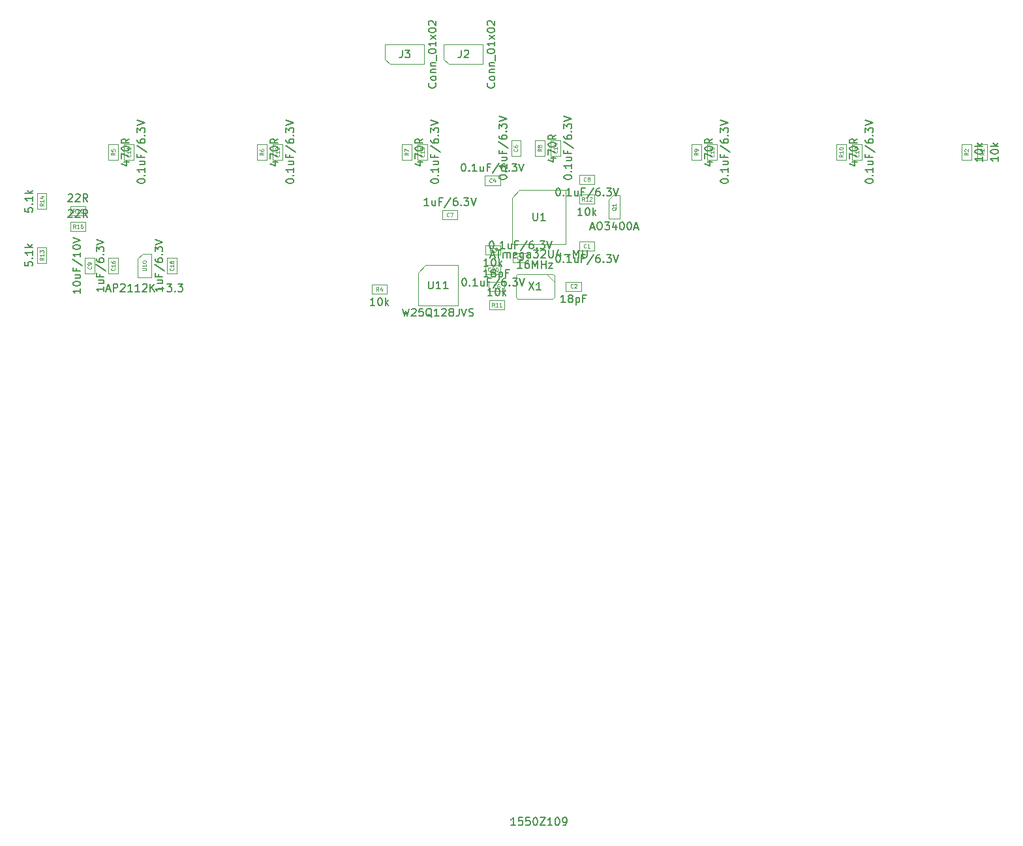
<source format=gbr>
G04 #@! TF.GenerationSoftware,KiCad,Pcbnew,5.1.7-a382d34a8~88~ubuntu20.04.1*
G04 #@! TF.CreationDate,2021-06-06T15:47:04-07:00*
G04 #@! TF.ProjectId,keypad-base,6b657970-6164-42d6-9261-73652e6b6963,Jun2021*
G04 #@! TF.SameCoordinates,Original*
G04 #@! TF.FileFunction,Other,Fab,Top*
%FSLAX46Y46*%
G04 Gerber Fmt 4.6, Leading zero omitted, Abs format (unit mm)*
G04 Created by KiCad (PCBNEW 5.1.7-a382d34a8~88~ubuntu20.04.1) date 2021-06-06 15:47:04*
%MOMM*%
%LPD*%
G01*
G04 APERTURE LIST*
%ADD10C,0.100000*%
%ADD11C,0.150000*%
%ADD12C,0.080000*%
%ADD13C,0.075000*%
G04 APERTURE END LIST*
D10*
G04 #@! TO.C,R11*
X160036000Y-91856000D02*
X162036000Y-91856000D01*
X160036000Y-93056000D02*
X160036000Y-91856000D01*
X162036000Y-93056000D02*
X160036000Y-93056000D01*
X162036000Y-91856000D02*
X162036000Y-93056000D01*
G04 #@! TO.C,R4*
X146796000Y-91024000D02*
X144796000Y-91024000D01*
X146796000Y-89824000D02*
X146796000Y-91024000D01*
X144796000Y-89824000D02*
X146796000Y-89824000D01*
X144796000Y-91024000D02*
X144796000Y-89824000D01*
G04 #@! TO.C,U11*
X150801000Y-88301000D02*
X151801000Y-87301000D01*
X150801000Y-92531000D02*
X150801000Y-88301000D01*
X156031000Y-92531000D02*
X150801000Y-92531000D01*
X156031000Y-87301000D02*
X156031000Y-92531000D01*
X151801000Y-87301000D02*
X156031000Y-87301000D01*
G04 #@! TO.C,J3*
X146558000Y-60579000D02*
X146558000Y-58674000D01*
X146558000Y-58674000D02*
X151638000Y-58674000D01*
X151638000Y-58674000D02*
X151638000Y-61214000D01*
X151638000Y-61214000D02*
X147193000Y-61214000D01*
X147193000Y-61214000D02*
X146558000Y-60579000D01*
G04 #@! TO.C,J2*
X154178000Y-60579000D02*
X154178000Y-58674000D01*
X154178000Y-58674000D02*
X159258000Y-58674000D01*
X159258000Y-58674000D02*
X159258000Y-61214000D01*
X159258000Y-61214000D02*
X154813000Y-61214000D01*
X154813000Y-61214000D02*
X154178000Y-60579000D01*
G04 #@! TO.C,C20*
X161528000Y-88484000D02*
X159528000Y-88484000D01*
X161528000Y-87284000D02*
X161528000Y-88484000D01*
X159528000Y-87284000D02*
X161528000Y-87284000D01*
X159528000Y-88484000D02*
X159528000Y-87284000D01*
G04 #@! TO.C,U10*
X114416000Y-86476000D02*
X115066000Y-85826000D01*
X116216000Y-85826000D02*
X115066000Y-85826000D01*
X114416000Y-86476000D02*
X114416000Y-88926000D01*
X116216000Y-88926000D02*
X114416000Y-88926000D01*
X116216000Y-85826000D02*
X116216000Y-88926000D01*
G04 #@! TO.C,C18*
X118272000Y-86376000D02*
X119472000Y-86376000D01*
X119472000Y-86376000D02*
X119472000Y-88376000D01*
X119472000Y-88376000D02*
X118272000Y-88376000D01*
X118272000Y-88376000D02*
X118272000Y-86376000D01*
G04 #@! TO.C,C17*
X208372000Y-73644000D02*
X207172000Y-73644000D01*
X207172000Y-73644000D02*
X207172000Y-71644000D01*
X207172000Y-71644000D02*
X208372000Y-71644000D01*
X208372000Y-71644000D02*
X208372000Y-73644000D01*
G04 #@! TO.C,C16*
X110652000Y-86376000D02*
X111852000Y-86376000D01*
X111852000Y-86376000D02*
X111852000Y-88376000D01*
X111852000Y-88376000D02*
X110652000Y-88376000D01*
X110652000Y-88376000D02*
X110652000Y-86376000D01*
G04 #@! TO.C,C15*
X189576000Y-73644000D02*
X188376000Y-73644000D01*
X188376000Y-73644000D02*
X188376000Y-71644000D01*
X188376000Y-71644000D02*
X189576000Y-71644000D01*
X189576000Y-71644000D02*
X189576000Y-73644000D01*
G04 #@! TO.C,C14*
X169256000Y-73136000D02*
X168056000Y-73136000D01*
X168056000Y-73136000D02*
X168056000Y-71136000D01*
X168056000Y-71136000D02*
X169256000Y-71136000D01*
X169256000Y-71136000D02*
X169256000Y-73136000D01*
G04 #@! TO.C,C13*
X151984000Y-73644000D02*
X150784000Y-73644000D01*
X150784000Y-73644000D02*
X150784000Y-71644000D01*
X150784000Y-71644000D02*
X151984000Y-71644000D01*
X151984000Y-71644000D02*
X151984000Y-73644000D01*
G04 #@! TO.C,C12*
X133188000Y-73644000D02*
X131988000Y-73644000D01*
X131988000Y-73644000D02*
X131988000Y-71644000D01*
X131988000Y-71644000D02*
X133188000Y-71644000D01*
X133188000Y-71644000D02*
X133188000Y-73644000D01*
G04 #@! TO.C,C11*
X113884000Y-73644000D02*
X112684000Y-73644000D01*
X112684000Y-73644000D02*
X112684000Y-71644000D01*
X112684000Y-71644000D02*
X113884000Y-71644000D01*
X113884000Y-71644000D02*
X113884000Y-73644000D01*
G04 #@! TO.C,C9*
X107604000Y-86376000D02*
X108804000Y-86376000D01*
X108804000Y-86376000D02*
X108804000Y-88376000D01*
X108804000Y-88376000D02*
X107604000Y-88376000D01*
X107604000Y-88376000D02*
X107604000Y-86376000D01*
G04 #@! TO.C,C8*
X171720000Y-76800000D02*
X171720000Y-75600000D01*
X171720000Y-75600000D02*
X173720000Y-75600000D01*
X173720000Y-75600000D02*
X173720000Y-76800000D01*
X173720000Y-76800000D02*
X171720000Y-76800000D01*
G04 #@! TO.C,R16*
X107680000Y-81696000D02*
X107680000Y-82896000D01*
X107680000Y-82896000D02*
X105680000Y-82896000D01*
X105680000Y-82896000D02*
X105680000Y-81696000D01*
X105680000Y-81696000D02*
X107680000Y-81696000D01*
G04 #@! TO.C,R15*
X107680000Y-79664000D02*
X107680000Y-80864000D01*
X107680000Y-80864000D02*
X105680000Y-80864000D01*
X105680000Y-80864000D02*
X105680000Y-79664000D01*
X105680000Y-79664000D02*
X107680000Y-79664000D01*
G04 #@! TO.C,R14*
X101400000Y-78000000D02*
X102600000Y-78000000D01*
X102600000Y-78000000D02*
X102600000Y-80000000D01*
X102600000Y-80000000D02*
X101400000Y-80000000D01*
X101400000Y-80000000D02*
X101400000Y-78000000D01*
G04 #@! TO.C,R13*
X101400000Y-85000000D02*
X102600000Y-85000000D01*
X102600000Y-85000000D02*
X102600000Y-87000000D01*
X102600000Y-87000000D02*
X101400000Y-87000000D01*
X101400000Y-87000000D02*
X101400000Y-85000000D01*
G04 #@! TO.C,R12*
X171720000Y-79340000D02*
X171720000Y-78140000D01*
X171720000Y-78140000D02*
X173720000Y-78140000D01*
X173720000Y-78140000D02*
X173720000Y-79340000D01*
X173720000Y-79340000D02*
X171720000Y-79340000D01*
G04 #@! TO.C,R10*
X206340000Y-73644000D02*
X205140000Y-73644000D01*
X205140000Y-73644000D02*
X205140000Y-71644000D01*
X205140000Y-71644000D02*
X206340000Y-71644000D01*
X206340000Y-71644000D02*
X206340000Y-73644000D01*
G04 #@! TO.C,R9*
X187544000Y-73644000D02*
X186344000Y-73644000D01*
X186344000Y-73644000D02*
X186344000Y-71644000D01*
X186344000Y-71644000D02*
X187544000Y-71644000D01*
X187544000Y-71644000D02*
X187544000Y-73644000D01*
G04 #@! TO.C,R8*
X167224000Y-73136000D02*
X166024000Y-73136000D01*
X166024000Y-73136000D02*
X166024000Y-71136000D01*
X166024000Y-71136000D02*
X167224000Y-71136000D01*
X167224000Y-71136000D02*
X167224000Y-73136000D01*
G04 #@! TO.C,R7*
X149952000Y-73644000D02*
X148752000Y-73644000D01*
X148752000Y-73644000D02*
X148752000Y-71644000D01*
X148752000Y-71644000D02*
X149952000Y-71644000D01*
X149952000Y-71644000D02*
X149952000Y-73644000D01*
G04 #@! TO.C,R6*
X131156000Y-73644000D02*
X129956000Y-73644000D01*
X129956000Y-73644000D02*
X129956000Y-71644000D01*
X129956000Y-71644000D02*
X131156000Y-71644000D01*
X131156000Y-71644000D02*
X131156000Y-73644000D01*
G04 #@! TO.C,R5*
X111852000Y-73644000D02*
X110652000Y-73644000D01*
X110652000Y-73644000D02*
X110652000Y-71644000D01*
X110652000Y-71644000D02*
X111852000Y-71644000D01*
X111852000Y-71644000D02*
X111852000Y-73644000D01*
G04 #@! TO.C,Q1*
X175576000Y-81276000D02*
X176976000Y-81276000D01*
X176976000Y-78236000D02*
X176976000Y-81276000D01*
X175576000Y-78806000D02*
X176126000Y-78236000D01*
X176126000Y-78236000D02*
X176976000Y-78236000D01*
X175576000Y-78806000D02*
X175576000Y-81256000D01*
G04 #@! TO.C,X1*
X168500000Y-89448000D02*
X167500000Y-88448000D01*
X168500000Y-91448000D02*
X168300000Y-91648000D01*
X168500000Y-88648000D02*
X168500000Y-91448000D01*
X168300000Y-88448000D02*
X168500000Y-88648000D01*
X163700000Y-88448000D02*
X168300000Y-88448000D01*
X163500000Y-88648000D02*
X163700000Y-88448000D01*
X163500000Y-91448000D02*
X163500000Y-88648000D01*
X163700000Y-91648000D02*
X163500000Y-91448000D01*
X168300000Y-91648000D02*
X163700000Y-91648000D01*
G04 #@! TO.C,U1*
X163000000Y-78548000D02*
X164000000Y-77548000D01*
X163000000Y-84548000D02*
X163000000Y-78548000D01*
X170000000Y-84548000D02*
X163000000Y-84548000D01*
X170000000Y-77548000D02*
X170000000Y-84548000D01*
X164000000Y-77548000D02*
X170000000Y-77548000D01*
G04 #@! TO.C,R3*
X159528000Y-85944000D02*
X159528000Y-84744000D01*
X159528000Y-84744000D02*
X161528000Y-84744000D01*
X161528000Y-84744000D02*
X161528000Y-85944000D01*
X161528000Y-85944000D02*
X159528000Y-85944000D01*
G04 #@! TO.C,R2*
X222596000Y-73644000D02*
X221396000Y-73644000D01*
X221396000Y-73644000D02*
X221396000Y-71644000D01*
X221396000Y-71644000D02*
X222596000Y-71644000D01*
X222596000Y-71644000D02*
X222596000Y-73644000D01*
G04 #@! TO.C,R1*
X224628000Y-73644000D02*
X223428000Y-73644000D01*
X223428000Y-73644000D02*
X223428000Y-71644000D01*
X223428000Y-71644000D02*
X224628000Y-71644000D01*
X224628000Y-71644000D02*
X224628000Y-73644000D01*
G04 #@! TO.C,C7*
X155940000Y-80172000D02*
X155940000Y-81372000D01*
X155940000Y-81372000D02*
X153940000Y-81372000D01*
X153940000Y-81372000D02*
X153940000Y-80172000D01*
X153940000Y-80172000D02*
X155940000Y-80172000D01*
G04 #@! TO.C,C6*
X162912500Y-71136000D02*
X164112500Y-71136000D01*
X164112500Y-71136000D02*
X164112500Y-73136000D01*
X164112500Y-73136000D02*
X162912500Y-73136000D01*
X162912500Y-73136000D02*
X162912500Y-71136000D01*
G04 #@! TO.C,C5*
X162000000Y-89448000D02*
X162000000Y-90648000D01*
X162000000Y-90648000D02*
X160000000Y-90648000D01*
X160000000Y-90648000D02*
X160000000Y-89448000D01*
X160000000Y-89448000D02*
X162000000Y-89448000D01*
G04 #@! TO.C,C4*
X161464500Y-75727000D02*
X161464500Y-76927000D01*
X161464500Y-76927000D02*
X159464500Y-76927000D01*
X159464500Y-76927000D02*
X159464500Y-75727000D01*
X159464500Y-75727000D02*
X161464500Y-75727000D01*
G04 #@! TO.C,C3*
X165084000Y-85760000D02*
X165084000Y-86960000D01*
X165084000Y-86960000D02*
X163084000Y-86960000D01*
X163084000Y-86960000D02*
X163084000Y-85760000D01*
X163084000Y-85760000D02*
X165084000Y-85760000D01*
G04 #@! TO.C,C2*
X170000000Y-90648000D02*
X170000000Y-89448000D01*
X170000000Y-89448000D02*
X172000000Y-89448000D01*
X172000000Y-89448000D02*
X172000000Y-90648000D01*
X172000000Y-90648000D02*
X170000000Y-90648000D01*
G04 #@! TO.C,C1*
X171720000Y-85436000D02*
X171720000Y-84236000D01*
X171720000Y-84236000D02*
X173720000Y-84236000D01*
X173720000Y-84236000D02*
X173720000Y-85436000D01*
X173720000Y-85436000D02*
X171720000Y-85436000D01*
G04 #@! TD*
G04 #@! TO.C,R11*
D11*
X160440761Y-91258380D02*
X159869333Y-91258380D01*
X160155047Y-91258380D02*
X160155047Y-90258380D01*
X160059809Y-90401238D01*
X159964571Y-90496476D01*
X159869333Y-90544095D01*
X161059809Y-90258380D02*
X161155047Y-90258380D01*
X161250285Y-90306000D01*
X161297904Y-90353619D01*
X161345523Y-90448857D01*
X161393142Y-90639333D01*
X161393142Y-90877428D01*
X161345523Y-91067904D01*
X161297904Y-91163142D01*
X161250285Y-91210761D01*
X161155047Y-91258380D01*
X161059809Y-91258380D01*
X160964571Y-91210761D01*
X160916952Y-91163142D01*
X160869333Y-91067904D01*
X160821714Y-90877428D01*
X160821714Y-90639333D01*
X160869333Y-90448857D01*
X160916952Y-90353619D01*
X160964571Y-90306000D01*
X161059809Y-90258380D01*
X161821714Y-91258380D02*
X161821714Y-90258380D01*
X161916952Y-90877428D02*
X162202666Y-91258380D01*
X162202666Y-90591714D02*
X161821714Y-90972666D01*
D12*
X160714571Y-92682190D02*
X160547904Y-92444095D01*
X160428857Y-92682190D02*
X160428857Y-92182190D01*
X160619333Y-92182190D01*
X160666952Y-92206000D01*
X160690761Y-92229809D01*
X160714571Y-92277428D01*
X160714571Y-92348857D01*
X160690761Y-92396476D01*
X160666952Y-92420285D01*
X160619333Y-92444095D01*
X160428857Y-92444095D01*
X161190761Y-92682190D02*
X160905047Y-92682190D01*
X161047904Y-92682190D02*
X161047904Y-92182190D01*
X161000285Y-92253619D01*
X160952666Y-92301238D01*
X160905047Y-92325047D01*
X161666952Y-92682190D02*
X161381238Y-92682190D01*
X161524095Y-92682190D02*
X161524095Y-92182190D01*
X161476476Y-92253619D01*
X161428857Y-92301238D01*
X161381238Y-92325047D01*
G04 #@! TO.C,R4*
D11*
X145200761Y-92526380D02*
X144629333Y-92526380D01*
X144915047Y-92526380D02*
X144915047Y-91526380D01*
X144819809Y-91669238D01*
X144724571Y-91764476D01*
X144629333Y-91812095D01*
X145819809Y-91526380D02*
X145915047Y-91526380D01*
X146010285Y-91574000D01*
X146057904Y-91621619D01*
X146105523Y-91716857D01*
X146153142Y-91907333D01*
X146153142Y-92145428D01*
X146105523Y-92335904D01*
X146057904Y-92431142D01*
X146010285Y-92478761D01*
X145915047Y-92526380D01*
X145819809Y-92526380D01*
X145724571Y-92478761D01*
X145676952Y-92431142D01*
X145629333Y-92335904D01*
X145581714Y-92145428D01*
X145581714Y-91907333D01*
X145629333Y-91716857D01*
X145676952Y-91621619D01*
X145724571Y-91574000D01*
X145819809Y-91526380D01*
X146581714Y-92526380D02*
X146581714Y-91526380D01*
X146676952Y-92145428D02*
X146962666Y-92526380D01*
X146962666Y-91859714D02*
X146581714Y-92240666D01*
D12*
X145712666Y-90650190D02*
X145546000Y-90412095D01*
X145426952Y-90650190D02*
X145426952Y-90150190D01*
X145617428Y-90150190D01*
X145665047Y-90174000D01*
X145688857Y-90197809D01*
X145712666Y-90245428D01*
X145712666Y-90316857D01*
X145688857Y-90364476D01*
X145665047Y-90388285D01*
X145617428Y-90412095D01*
X145426952Y-90412095D01*
X146141238Y-90316857D02*
X146141238Y-90650190D01*
X146022190Y-90126380D02*
X145903142Y-90483523D01*
X146212666Y-90483523D01*
G04 #@! TO.C,U11*
D11*
X148796952Y-92928380D02*
X149035047Y-93928380D01*
X149225523Y-93214095D01*
X149416000Y-93928380D01*
X149654095Y-92928380D01*
X149987428Y-93023619D02*
X150035047Y-92976000D01*
X150130285Y-92928380D01*
X150368380Y-92928380D01*
X150463619Y-92976000D01*
X150511238Y-93023619D01*
X150558857Y-93118857D01*
X150558857Y-93214095D01*
X150511238Y-93356952D01*
X149939809Y-93928380D01*
X150558857Y-93928380D01*
X151463619Y-92928380D02*
X150987428Y-92928380D01*
X150939809Y-93404571D01*
X150987428Y-93356952D01*
X151082666Y-93309333D01*
X151320761Y-93309333D01*
X151416000Y-93356952D01*
X151463619Y-93404571D01*
X151511238Y-93499809D01*
X151511238Y-93737904D01*
X151463619Y-93833142D01*
X151416000Y-93880761D01*
X151320761Y-93928380D01*
X151082666Y-93928380D01*
X150987428Y-93880761D01*
X150939809Y-93833142D01*
X152606476Y-94023619D02*
X152511238Y-93976000D01*
X152416000Y-93880761D01*
X152273142Y-93737904D01*
X152177904Y-93690285D01*
X152082666Y-93690285D01*
X152130285Y-93928380D02*
X152035047Y-93880761D01*
X151939809Y-93785523D01*
X151892190Y-93595047D01*
X151892190Y-93261714D01*
X151939809Y-93071238D01*
X152035047Y-92976000D01*
X152130285Y-92928380D01*
X152320761Y-92928380D01*
X152416000Y-92976000D01*
X152511238Y-93071238D01*
X152558857Y-93261714D01*
X152558857Y-93595047D01*
X152511238Y-93785523D01*
X152416000Y-93880761D01*
X152320761Y-93928380D01*
X152130285Y-93928380D01*
X153511238Y-93928380D02*
X152939809Y-93928380D01*
X153225523Y-93928380D02*
X153225523Y-92928380D01*
X153130285Y-93071238D01*
X153035047Y-93166476D01*
X152939809Y-93214095D01*
X153892190Y-93023619D02*
X153939809Y-92976000D01*
X154035047Y-92928380D01*
X154273142Y-92928380D01*
X154368380Y-92976000D01*
X154416000Y-93023619D01*
X154463619Y-93118857D01*
X154463619Y-93214095D01*
X154416000Y-93356952D01*
X153844571Y-93928380D01*
X154463619Y-93928380D01*
X155035047Y-93356952D02*
X154939809Y-93309333D01*
X154892190Y-93261714D01*
X154844571Y-93166476D01*
X154844571Y-93118857D01*
X154892190Y-93023619D01*
X154939809Y-92976000D01*
X155035047Y-92928380D01*
X155225523Y-92928380D01*
X155320761Y-92976000D01*
X155368380Y-93023619D01*
X155416000Y-93118857D01*
X155416000Y-93166476D01*
X155368380Y-93261714D01*
X155320761Y-93309333D01*
X155225523Y-93356952D01*
X155035047Y-93356952D01*
X154939809Y-93404571D01*
X154892190Y-93452190D01*
X154844571Y-93547428D01*
X154844571Y-93737904D01*
X154892190Y-93833142D01*
X154939809Y-93880761D01*
X155035047Y-93928380D01*
X155225523Y-93928380D01*
X155320761Y-93880761D01*
X155368380Y-93833142D01*
X155416000Y-93737904D01*
X155416000Y-93547428D01*
X155368380Y-93452190D01*
X155320761Y-93404571D01*
X155225523Y-93356952D01*
X156130285Y-92928380D02*
X156130285Y-93642666D01*
X156082666Y-93785523D01*
X155987428Y-93880761D01*
X155844571Y-93928380D01*
X155749333Y-93928380D01*
X156463619Y-92928380D02*
X156796952Y-93928380D01*
X157130285Y-92928380D01*
X157416000Y-93880761D02*
X157558857Y-93928380D01*
X157796952Y-93928380D01*
X157892190Y-93880761D01*
X157939809Y-93833142D01*
X157987428Y-93737904D01*
X157987428Y-93642666D01*
X157939809Y-93547428D01*
X157892190Y-93499809D01*
X157796952Y-93452190D01*
X157606476Y-93404571D01*
X157511238Y-93356952D01*
X157463619Y-93309333D01*
X157416000Y-93214095D01*
X157416000Y-93118857D01*
X157463619Y-93023619D01*
X157511238Y-92976000D01*
X157606476Y-92928380D01*
X157844571Y-92928380D01*
X157987428Y-92976000D01*
X152177904Y-89368380D02*
X152177904Y-90177904D01*
X152225523Y-90273142D01*
X152273142Y-90320761D01*
X152368380Y-90368380D01*
X152558857Y-90368380D01*
X152654095Y-90320761D01*
X152701714Y-90273142D01*
X152749333Y-90177904D01*
X152749333Y-89368380D01*
X153749333Y-90368380D02*
X153177904Y-90368380D01*
X153463619Y-90368380D02*
X153463619Y-89368380D01*
X153368380Y-89511238D01*
X153273142Y-89606476D01*
X153177904Y-89654095D01*
X154701714Y-90368380D02*
X154130285Y-90368380D01*
X154416000Y-90368380D02*
X154416000Y-89368380D01*
X154320761Y-89511238D01*
X154225523Y-89606476D01*
X154130285Y-89654095D01*
G04 #@! TO.C,J3*
X153055142Y-63682095D02*
X153102761Y-63729714D01*
X153150380Y-63872571D01*
X153150380Y-63967809D01*
X153102761Y-64110666D01*
X153007523Y-64205904D01*
X152912285Y-64253523D01*
X152721809Y-64301142D01*
X152578952Y-64301142D01*
X152388476Y-64253523D01*
X152293238Y-64205904D01*
X152198000Y-64110666D01*
X152150380Y-63967809D01*
X152150380Y-63872571D01*
X152198000Y-63729714D01*
X152245619Y-63682095D01*
X153150380Y-63110666D02*
X153102761Y-63205904D01*
X153055142Y-63253523D01*
X152959904Y-63301142D01*
X152674190Y-63301142D01*
X152578952Y-63253523D01*
X152531333Y-63205904D01*
X152483714Y-63110666D01*
X152483714Y-62967809D01*
X152531333Y-62872571D01*
X152578952Y-62824952D01*
X152674190Y-62777333D01*
X152959904Y-62777333D01*
X153055142Y-62824952D01*
X153102761Y-62872571D01*
X153150380Y-62967809D01*
X153150380Y-63110666D01*
X152483714Y-62348761D02*
X153150380Y-62348761D01*
X152578952Y-62348761D02*
X152531333Y-62301142D01*
X152483714Y-62205904D01*
X152483714Y-62063047D01*
X152531333Y-61967809D01*
X152626571Y-61920190D01*
X153150380Y-61920190D01*
X152483714Y-61444000D02*
X153150380Y-61444000D01*
X152578952Y-61444000D02*
X152531333Y-61396380D01*
X152483714Y-61301142D01*
X152483714Y-61158285D01*
X152531333Y-61063047D01*
X152626571Y-61015428D01*
X153150380Y-61015428D01*
X153245619Y-60777333D02*
X153245619Y-60015428D01*
X152150380Y-59586857D02*
X152150380Y-59491619D01*
X152198000Y-59396380D01*
X152245619Y-59348761D01*
X152340857Y-59301142D01*
X152531333Y-59253523D01*
X152769428Y-59253523D01*
X152959904Y-59301142D01*
X153055142Y-59348761D01*
X153102761Y-59396380D01*
X153150380Y-59491619D01*
X153150380Y-59586857D01*
X153102761Y-59682095D01*
X153055142Y-59729714D01*
X152959904Y-59777333D01*
X152769428Y-59824952D01*
X152531333Y-59824952D01*
X152340857Y-59777333D01*
X152245619Y-59729714D01*
X152198000Y-59682095D01*
X152150380Y-59586857D01*
X153150380Y-58301142D02*
X153150380Y-58872571D01*
X153150380Y-58586857D02*
X152150380Y-58586857D01*
X152293238Y-58682095D01*
X152388476Y-58777333D01*
X152436095Y-58872571D01*
X153150380Y-57967809D02*
X152483714Y-57444000D01*
X152483714Y-57967809D02*
X153150380Y-57444000D01*
X152150380Y-56872571D02*
X152150380Y-56777333D01*
X152198000Y-56682095D01*
X152245619Y-56634476D01*
X152340857Y-56586857D01*
X152531333Y-56539238D01*
X152769428Y-56539238D01*
X152959904Y-56586857D01*
X153055142Y-56634476D01*
X153102761Y-56682095D01*
X153150380Y-56777333D01*
X153150380Y-56872571D01*
X153102761Y-56967809D01*
X153055142Y-57015428D01*
X152959904Y-57063047D01*
X152769428Y-57110666D01*
X152531333Y-57110666D01*
X152340857Y-57063047D01*
X152245619Y-57015428D01*
X152198000Y-56967809D01*
X152150380Y-56872571D01*
X152245619Y-56158285D02*
X152198000Y-56110666D01*
X152150380Y-56015428D01*
X152150380Y-55777333D01*
X152198000Y-55682095D01*
X152245619Y-55634476D01*
X152340857Y-55586857D01*
X152436095Y-55586857D01*
X152578952Y-55634476D01*
X153150380Y-56205904D01*
X153150380Y-55586857D01*
X148764666Y-59396380D02*
X148764666Y-60110666D01*
X148717047Y-60253523D01*
X148621809Y-60348761D01*
X148478952Y-60396380D01*
X148383714Y-60396380D01*
X149145619Y-59396380D02*
X149764666Y-59396380D01*
X149431333Y-59777333D01*
X149574190Y-59777333D01*
X149669428Y-59824952D01*
X149717047Y-59872571D01*
X149764666Y-59967809D01*
X149764666Y-60205904D01*
X149717047Y-60301142D01*
X149669428Y-60348761D01*
X149574190Y-60396380D01*
X149288476Y-60396380D01*
X149193238Y-60348761D01*
X149145619Y-60301142D01*
G04 #@! TO.C,J2*
X160675142Y-63682095D02*
X160722761Y-63729714D01*
X160770380Y-63872571D01*
X160770380Y-63967809D01*
X160722761Y-64110666D01*
X160627523Y-64205904D01*
X160532285Y-64253523D01*
X160341809Y-64301142D01*
X160198952Y-64301142D01*
X160008476Y-64253523D01*
X159913238Y-64205904D01*
X159818000Y-64110666D01*
X159770380Y-63967809D01*
X159770380Y-63872571D01*
X159818000Y-63729714D01*
X159865619Y-63682095D01*
X160770380Y-63110666D02*
X160722761Y-63205904D01*
X160675142Y-63253523D01*
X160579904Y-63301142D01*
X160294190Y-63301142D01*
X160198952Y-63253523D01*
X160151333Y-63205904D01*
X160103714Y-63110666D01*
X160103714Y-62967809D01*
X160151333Y-62872571D01*
X160198952Y-62824952D01*
X160294190Y-62777333D01*
X160579904Y-62777333D01*
X160675142Y-62824952D01*
X160722761Y-62872571D01*
X160770380Y-62967809D01*
X160770380Y-63110666D01*
X160103714Y-62348761D02*
X160770380Y-62348761D01*
X160198952Y-62348761D02*
X160151333Y-62301142D01*
X160103714Y-62205904D01*
X160103714Y-62063047D01*
X160151333Y-61967809D01*
X160246571Y-61920190D01*
X160770380Y-61920190D01*
X160103714Y-61444000D02*
X160770380Y-61444000D01*
X160198952Y-61444000D02*
X160151333Y-61396380D01*
X160103714Y-61301142D01*
X160103714Y-61158285D01*
X160151333Y-61063047D01*
X160246571Y-61015428D01*
X160770380Y-61015428D01*
X160865619Y-60777333D02*
X160865619Y-60015428D01*
X159770380Y-59586857D02*
X159770380Y-59491619D01*
X159818000Y-59396380D01*
X159865619Y-59348761D01*
X159960857Y-59301142D01*
X160151333Y-59253523D01*
X160389428Y-59253523D01*
X160579904Y-59301142D01*
X160675142Y-59348761D01*
X160722761Y-59396380D01*
X160770380Y-59491619D01*
X160770380Y-59586857D01*
X160722761Y-59682095D01*
X160675142Y-59729714D01*
X160579904Y-59777333D01*
X160389428Y-59824952D01*
X160151333Y-59824952D01*
X159960857Y-59777333D01*
X159865619Y-59729714D01*
X159818000Y-59682095D01*
X159770380Y-59586857D01*
X160770380Y-58301142D02*
X160770380Y-58872571D01*
X160770380Y-58586857D02*
X159770380Y-58586857D01*
X159913238Y-58682095D01*
X160008476Y-58777333D01*
X160056095Y-58872571D01*
X160770380Y-57967809D02*
X160103714Y-57444000D01*
X160103714Y-57967809D02*
X160770380Y-57444000D01*
X159770380Y-56872571D02*
X159770380Y-56777333D01*
X159818000Y-56682095D01*
X159865619Y-56634476D01*
X159960857Y-56586857D01*
X160151333Y-56539238D01*
X160389428Y-56539238D01*
X160579904Y-56586857D01*
X160675142Y-56634476D01*
X160722761Y-56682095D01*
X160770380Y-56777333D01*
X160770380Y-56872571D01*
X160722761Y-56967809D01*
X160675142Y-57015428D01*
X160579904Y-57063047D01*
X160389428Y-57110666D01*
X160151333Y-57110666D01*
X159960857Y-57063047D01*
X159865619Y-57015428D01*
X159818000Y-56967809D01*
X159770380Y-56872571D01*
X159865619Y-56158285D02*
X159818000Y-56110666D01*
X159770380Y-56015428D01*
X159770380Y-55777333D01*
X159818000Y-55682095D01*
X159865619Y-55634476D01*
X159960857Y-55586857D01*
X160056095Y-55586857D01*
X160198952Y-55634476D01*
X160770380Y-56205904D01*
X160770380Y-55586857D01*
X156384666Y-59396380D02*
X156384666Y-60110666D01*
X156337047Y-60253523D01*
X156241809Y-60348761D01*
X156098952Y-60396380D01*
X156003714Y-60396380D01*
X156813238Y-59491619D02*
X156860857Y-59444000D01*
X156956095Y-59396380D01*
X157194190Y-59396380D01*
X157289428Y-59444000D01*
X157337047Y-59491619D01*
X157384666Y-59586857D01*
X157384666Y-59682095D01*
X157337047Y-59824952D01*
X156765619Y-60396380D01*
X157384666Y-60396380D01*
G04 #@! TO.C,C20*
X156742285Y-88986380D02*
X156837523Y-88986380D01*
X156932761Y-89034000D01*
X156980380Y-89081619D01*
X157028000Y-89176857D01*
X157075619Y-89367333D01*
X157075619Y-89605428D01*
X157028000Y-89795904D01*
X156980380Y-89891142D01*
X156932761Y-89938761D01*
X156837523Y-89986380D01*
X156742285Y-89986380D01*
X156647047Y-89938761D01*
X156599428Y-89891142D01*
X156551809Y-89795904D01*
X156504190Y-89605428D01*
X156504190Y-89367333D01*
X156551809Y-89176857D01*
X156599428Y-89081619D01*
X156647047Y-89034000D01*
X156742285Y-88986380D01*
X157504190Y-89891142D02*
X157551809Y-89938761D01*
X157504190Y-89986380D01*
X157456571Y-89938761D01*
X157504190Y-89891142D01*
X157504190Y-89986380D01*
X158504190Y-89986380D02*
X157932761Y-89986380D01*
X158218476Y-89986380D02*
X158218476Y-88986380D01*
X158123238Y-89129238D01*
X158028000Y-89224476D01*
X157932761Y-89272095D01*
X159361333Y-89319714D02*
X159361333Y-89986380D01*
X158932761Y-89319714D02*
X158932761Y-89843523D01*
X158980380Y-89938761D01*
X159075619Y-89986380D01*
X159218476Y-89986380D01*
X159313714Y-89938761D01*
X159361333Y-89891142D01*
X160170857Y-89462571D02*
X159837523Y-89462571D01*
X159837523Y-89986380D02*
X159837523Y-88986380D01*
X160313714Y-88986380D01*
X161408952Y-88938761D02*
X160551809Y-90224476D01*
X162170857Y-88986380D02*
X161980380Y-88986380D01*
X161885142Y-89034000D01*
X161837523Y-89081619D01*
X161742285Y-89224476D01*
X161694666Y-89414952D01*
X161694666Y-89795904D01*
X161742285Y-89891142D01*
X161789904Y-89938761D01*
X161885142Y-89986380D01*
X162075619Y-89986380D01*
X162170857Y-89938761D01*
X162218476Y-89891142D01*
X162266095Y-89795904D01*
X162266095Y-89557809D01*
X162218476Y-89462571D01*
X162170857Y-89414952D01*
X162075619Y-89367333D01*
X161885142Y-89367333D01*
X161789904Y-89414952D01*
X161742285Y-89462571D01*
X161694666Y-89557809D01*
X162694666Y-89891142D02*
X162742285Y-89938761D01*
X162694666Y-89986380D01*
X162647047Y-89938761D01*
X162694666Y-89891142D01*
X162694666Y-89986380D01*
X163075619Y-88986380D02*
X163694666Y-88986380D01*
X163361333Y-89367333D01*
X163504190Y-89367333D01*
X163599428Y-89414952D01*
X163647047Y-89462571D01*
X163694666Y-89557809D01*
X163694666Y-89795904D01*
X163647047Y-89891142D01*
X163599428Y-89938761D01*
X163504190Y-89986380D01*
X163218476Y-89986380D01*
X163123238Y-89938761D01*
X163075619Y-89891142D01*
X163980380Y-88986380D02*
X164313714Y-89986380D01*
X164647047Y-88986380D01*
D12*
X160206571Y-88062571D02*
X160182761Y-88086380D01*
X160111333Y-88110190D01*
X160063714Y-88110190D01*
X159992285Y-88086380D01*
X159944666Y-88038761D01*
X159920857Y-87991142D01*
X159897047Y-87895904D01*
X159897047Y-87824476D01*
X159920857Y-87729238D01*
X159944666Y-87681619D01*
X159992285Y-87634000D01*
X160063714Y-87610190D01*
X160111333Y-87610190D01*
X160182761Y-87634000D01*
X160206571Y-87657809D01*
X160397047Y-87657809D02*
X160420857Y-87634000D01*
X160468476Y-87610190D01*
X160587523Y-87610190D01*
X160635142Y-87634000D01*
X160658952Y-87657809D01*
X160682761Y-87705428D01*
X160682761Y-87753047D01*
X160658952Y-87824476D01*
X160373238Y-88110190D01*
X160682761Y-88110190D01*
X160992285Y-87610190D02*
X161039904Y-87610190D01*
X161087523Y-87634000D01*
X161111333Y-87657809D01*
X161135142Y-87705428D01*
X161158952Y-87800666D01*
X161158952Y-87919714D01*
X161135142Y-88014952D01*
X161111333Y-88062571D01*
X161087523Y-88086380D01*
X161039904Y-88110190D01*
X160992285Y-88110190D01*
X160944666Y-88086380D01*
X160920857Y-88062571D01*
X160897047Y-88014952D01*
X160873238Y-87919714D01*
X160873238Y-87800666D01*
X160897047Y-87705428D01*
X160920857Y-87657809D01*
X160944666Y-87634000D01*
X160992285Y-87610190D01*
G04 #@! TO.C,U10*
D11*
X110363619Y-90442666D02*
X110839809Y-90442666D01*
X110268380Y-90728380D02*
X110601714Y-89728380D01*
X110935047Y-90728380D01*
X111268380Y-90728380D02*
X111268380Y-89728380D01*
X111649333Y-89728380D01*
X111744571Y-89776000D01*
X111792190Y-89823619D01*
X111839809Y-89918857D01*
X111839809Y-90061714D01*
X111792190Y-90156952D01*
X111744571Y-90204571D01*
X111649333Y-90252190D01*
X111268380Y-90252190D01*
X112220761Y-89823619D02*
X112268380Y-89776000D01*
X112363619Y-89728380D01*
X112601714Y-89728380D01*
X112696952Y-89776000D01*
X112744571Y-89823619D01*
X112792190Y-89918857D01*
X112792190Y-90014095D01*
X112744571Y-90156952D01*
X112173142Y-90728380D01*
X112792190Y-90728380D01*
X113744571Y-90728380D02*
X113173142Y-90728380D01*
X113458857Y-90728380D02*
X113458857Y-89728380D01*
X113363619Y-89871238D01*
X113268380Y-89966476D01*
X113173142Y-90014095D01*
X114696952Y-90728380D02*
X114125523Y-90728380D01*
X114411238Y-90728380D02*
X114411238Y-89728380D01*
X114316000Y-89871238D01*
X114220761Y-89966476D01*
X114125523Y-90014095D01*
X115077904Y-89823619D02*
X115125523Y-89776000D01*
X115220761Y-89728380D01*
X115458857Y-89728380D01*
X115554095Y-89776000D01*
X115601714Y-89823619D01*
X115649333Y-89918857D01*
X115649333Y-90014095D01*
X115601714Y-90156952D01*
X115030285Y-90728380D01*
X115649333Y-90728380D01*
X116077904Y-90728380D02*
X116077904Y-89728380D01*
X116649333Y-90728380D02*
X116220761Y-90156952D01*
X116649333Y-89728380D02*
X116077904Y-90299809D01*
X117077904Y-90347428D02*
X117839809Y-90347428D01*
X118220761Y-89728380D02*
X118839809Y-89728380D01*
X118506476Y-90109333D01*
X118649333Y-90109333D01*
X118744571Y-90156952D01*
X118792190Y-90204571D01*
X118839809Y-90299809D01*
X118839809Y-90537904D01*
X118792190Y-90633142D01*
X118744571Y-90680761D01*
X118649333Y-90728380D01*
X118363619Y-90728380D01*
X118268380Y-90680761D01*
X118220761Y-90633142D01*
X119268380Y-90633142D02*
X119316000Y-90680761D01*
X119268380Y-90728380D01*
X119220761Y-90680761D01*
X119268380Y-90633142D01*
X119268380Y-90728380D01*
X119649333Y-89728380D02*
X120268380Y-89728380D01*
X119935047Y-90109333D01*
X120077904Y-90109333D01*
X120173142Y-90156952D01*
X120220761Y-90204571D01*
X120268380Y-90299809D01*
X120268380Y-90537904D01*
X120220761Y-90633142D01*
X120173142Y-90680761D01*
X120077904Y-90728380D01*
X119792190Y-90728380D01*
X119696952Y-90680761D01*
X119649333Y-90633142D01*
D13*
X115042190Y-87995047D02*
X115446952Y-87995047D01*
X115494571Y-87971238D01*
X115518380Y-87947428D01*
X115542190Y-87899809D01*
X115542190Y-87804571D01*
X115518380Y-87756952D01*
X115494571Y-87733142D01*
X115446952Y-87709333D01*
X115042190Y-87709333D01*
X115542190Y-87209333D02*
X115542190Y-87495047D01*
X115542190Y-87352190D02*
X115042190Y-87352190D01*
X115113619Y-87399809D01*
X115161238Y-87447428D01*
X115185047Y-87495047D01*
X115042190Y-86899809D02*
X115042190Y-86852190D01*
X115066000Y-86804571D01*
X115089809Y-86780761D01*
X115137428Y-86756952D01*
X115232666Y-86733142D01*
X115351714Y-86733142D01*
X115446952Y-86756952D01*
X115494571Y-86780761D01*
X115518380Y-86804571D01*
X115542190Y-86852190D01*
X115542190Y-86899809D01*
X115518380Y-86947428D01*
X115494571Y-86971238D01*
X115446952Y-86995047D01*
X115351714Y-87018857D01*
X115232666Y-87018857D01*
X115137428Y-86995047D01*
X115089809Y-86971238D01*
X115066000Y-86947428D01*
X115042190Y-86899809D01*
G04 #@! TO.C,C18*
D11*
X117674380Y-90114095D02*
X117674380Y-90685523D01*
X117674380Y-90399809D02*
X116674380Y-90399809D01*
X116817238Y-90495047D01*
X116912476Y-90590285D01*
X116960095Y-90685523D01*
X117007714Y-89256952D02*
X117674380Y-89256952D01*
X117007714Y-89685523D02*
X117531523Y-89685523D01*
X117626761Y-89637904D01*
X117674380Y-89542666D01*
X117674380Y-89399809D01*
X117626761Y-89304571D01*
X117579142Y-89256952D01*
X117150571Y-88447428D02*
X117150571Y-88780761D01*
X117674380Y-88780761D02*
X116674380Y-88780761D01*
X116674380Y-88304571D01*
X116626761Y-87209333D02*
X117912476Y-88066476D01*
X116674380Y-86447428D02*
X116674380Y-86637904D01*
X116722000Y-86733142D01*
X116769619Y-86780761D01*
X116912476Y-86876000D01*
X117102952Y-86923619D01*
X117483904Y-86923619D01*
X117579142Y-86876000D01*
X117626761Y-86828380D01*
X117674380Y-86733142D01*
X117674380Y-86542666D01*
X117626761Y-86447428D01*
X117579142Y-86399809D01*
X117483904Y-86352190D01*
X117245809Y-86352190D01*
X117150571Y-86399809D01*
X117102952Y-86447428D01*
X117055333Y-86542666D01*
X117055333Y-86733142D01*
X117102952Y-86828380D01*
X117150571Y-86876000D01*
X117245809Y-86923619D01*
X117579142Y-85923619D02*
X117626761Y-85876000D01*
X117674380Y-85923619D01*
X117626761Y-85971238D01*
X117579142Y-85923619D01*
X117674380Y-85923619D01*
X116674380Y-85542666D02*
X116674380Y-84923619D01*
X117055333Y-85256952D01*
X117055333Y-85114095D01*
X117102952Y-85018857D01*
X117150571Y-84971238D01*
X117245809Y-84923619D01*
X117483904Y-84923619D01*
X117579142Y-84971238D01*
X117626761Y-85018857D01*
X117674380Y-85114095D01*
X117674380Y-85399809D01*
X117626761Y-85495047D01*
X117579142Y-85542666D01*
X116674380Y-84637904D02*
X117674380Y-84304571D01*
X116674380Y-83971238D01*
D12*
X119050571Y-87697428D02*
X119074380Y-87721238D01*
X119098190Y-87792666D01*
X119098190Y-87840285D01*
X119074380Y-87911714D01*
X119026761Y-87959333D01*
X118979142Y-87983142D01*
X118883904Y-88006952D01*
X118812476Y-88006952D01*
X118717238Y-87983142D01*
X118669619Y-87959333D01*
X118622000Y-87911714D01*
X118598190Y-87840285D01*
X118598190Y-87792666D01*
X118622000Y-87721238D01*
X118645809Y-87697428D01*
X119098190Y-87221238D02*
X119098190Y-87506952D01*
X119098190Y-87364095D02*
X118598190Y-87364095D01*
X118669619Y-87411714D01*
X118717238Y-87459333D01*
X118741047Y-87506952D01*
X118812476Y-86935523D02*
X118788666Y-86983142D01*
X118764857Y-87006952D01*
X118717238Y-87030761D01*
X118693428Y-87030761D01*
X118645809Y-87006952D01*
X118622000Y-86983142D01*
X118598190Y-86935523D01*
X118598190Y-86840285D01*
X118622000Y-86792666D01*
X118645809Y-86768857D01*
X118693428Y-86745047D01*
X118717238Y-86745047D01*
X118764857Y-86768857D01*
X118788666Y-86792666D01*
X118812476Y-86840285D01*
X118812476Y-86935523D01*
X118836285Y-86983142D01*
X118860095Y-87006952D01*
X118907714Y-87030761D01*
X119002952Y-87030761D01*
X119050571Y-87006952D01*
X119074380Y-86983142D01*
X119098190Y-86935523D01*
X119098190Y-86840285D01*
X119074380Y-86792666D01*
X119050571Y-86768857D01*
X119002952Y-86745047D01*
X118907714Y-86745047D01*
X118860095Y-86768857D01*
X118836285Y-86792666D01*
X118812476Y-86840285D01*
G04 #@! TO.C,C17*
D11*
X208874380Y-76429714D02*
X208874380Y-76334476D01*
X208922000Y-76239238D01*
X208969619Y-76191619D01*
X209064857Y-76144000D01*
X209255333Y-76096380D01*
X209493428Y-76096380D01*
X209683904Y-76144000D01*
X209779142Y-76191619D01*
X209826761Y-76239238D01*
X209874380Y-76334476D01*
X209874380Y-76429714D01*
X209826761Y-76524952D01*
X209779142Y-76572571D01*
X209683904Y-76620190D01*
X209493428Y-76667809D01*
X209255333Y-76667809D01*
X209064857Y-76620190D01*
X208969619Y-76572571D01*
X208922000Y-76524952D01*
X208874380Y-76429714D01*
X209779142Y-75667809D02*
X209826761Y-75620190D01*
X209874380Y-75667809D01*
X209826761Y-75715428D01*
X209779142Y-75667809D01*
X209874380Y-75667809D01*
X209874380Y-74667809D02*
X209874380Y-75239238D01*
X209874380Y-74953523D02*
X208874380Y-74953523D01*
X209017238Y-75048761D01*
X209112476Y-75144000D01*
X209160095Y-75239238D01*
X209207714Y-73810666D02*
X209874380Y-73810666D01*
X209207714Y-74239238D02*
X209731523Y-74239238D01*
X209826761Y-74191619D01*
X209874380Y-74096380D01*
X209874380Y-73953523D01*
X209826761Y-73858285D01*
X209779142Y-73810666D01*
X209350571Y-73001142D02*
X209350571Y-73334476D01*
X209874380Y-73334476D02*
X208874380Y-73334476D01*
X208874380Y-72858285D01*
X208826761Y-71763047D02*
X210112476Y-72620190D01*
X208874380Y-71001142D02*
X208874380Y-71191619D01*
X208922000Y-71286857D01*
X208969619Y-71334476D01*
X209112476Y-71429714D01*
X209302952Y-71477333D01*
X209683904Y-71477333D01*
X209779142Y-71429714D01*
X209826761Y-71382095D01*
X209874380Y-71286857D01*
X209874380Y-71096380D01*
X209826761Y-71001142D01*
X209779142Y-70953523D01*
X209683904Y-70905904D01*
X209445809Y-70905904D01*
X209350571Y-70953523D01*
X209302952Y-71001142D01*
X209255333Y-71096380D01*
X209255333Y-71286857D01*
X209302952Y-71382095D01*
X209350571Y-71429714D01*
X209445809Y-71477333D01*
X209779142Y-70477333D02*
X209826761Y-70429714D01*
X209874380Y-70477333D01*
X209826761Y-70524952D01*
X209779142Y-70477333D01*
X209874380Y-70477333D01*
X208874380Y-70096380D02*
X208874380Y-69477333D01*
X209255333Y-69810666D01*
X209255333Y-69667809D01*
X209302952Y-69572571D01*
X209350571Y-69524952D01*
X209445809Y-69477333D01*
X209683904Y-69477333D01*
X209779142Y-69524952D01*
X209826761Y-69572571D01*
X209874380Y-69667809D01*
X209874380Y-69953523D01*
X209826761Y-70048761D01*
X209779142Y-70096380D01*
X208874380Y-69191619D02*
X209874380Y-68858285D01*
X208874380Y-68524952D01*
D12*
X207950571Y-72965428D02*
X207974380Y-72989238D01*
X207998190Y-73060666D01*
X207998190Y-73108285D01*
X207974380Y-73179714D01*
X207926761Y-73227333D01*
X207879142Y-73251142D01*
X207783904Y-73274952D01*
X207712476Y-73274952D01*
X207617238Y-73251142D01*
X207569619Y-73227333D01*
X207522000Y-73179714D01*
X207498190Y-73108285D01*
X207498190Y-73060666D01*
X207522000Y-72989238D01*
X207545809Y-72965428D01*
X207998190Y-72489238D02*
X207998190Y-72774952D01*
X207998190Y-72632095D02*
X207498190Y-72632095D01*
X207569619Y-72679714D01*
X207617238Y-72727333D01*
X207641047Y-72774952D01*
X207498190Y-72322571D02*
X207498190Y-71989238D01*
X207998190Y-72203523D01*
G04 #@! TO.C,C16*
D11*
X110054380Y-90114095D02*
X110054380Y-90685523D01*
X110054380Y-90399809D02*
X109054380Y-90399809D01*
X109197238Y-90495047D01*
X109292476Y-90590285D01*
X109340095Y-90685523D01*
X109387714Y-89256952D02*
X110054380Y-89256952D01*
X109387714Y-89685523D02*
X109911523Y-89685523D01*
X110006761Y-89637904D01*
X110054380Y-89542666D01*
X110054380Y-89399809D01*
X110006761Y-89304571D01*
X109959142Y-89256952D01*
X109530571Y-88447428D02*
X109530571Y-88780761D01*
X110054380Y-88780761D02*
X109054380Y-88780761D01*
X109054380Y-88304571D01*
X109006761Y-87209333D02*
X110292476Y-88066476D01*
X109054380Y-86447428D02*
X109054380Y-86637904D01*
X109102000Y-86733142D01*
X109149619Y-86780761D01*
X109292476Y-86876000D01*
X109482952Y-86923619D01*
X109863904Y-86923619D01*
X109959142Y-86876000D01*
X110006761Y-86828380D01*
X110054380Y-86733142D01*
X110054380Y-86542666D01*
X110006761Y-86447428D01*
X109959142Y-86399809D01*
X109863904Y-86352190D01*
X109625809Y-86352190D01*
X109530571Y-86399809D01*
X109482952Y-86447428D01*
X109435333Y-86542666D01*
X109435333Y-86733142D01*
X109482952Y-86828380D01*
X109530571Y-86876000D01*
X109625809Y-86923619D01*
X109959142Y-85923619D02*
X110006761Y-85876000D01*
X110054380Y-85923619D01*
X110006761Y-85971238D01*
X109959142Y-85923619D01*
X110054380Y-85923619D01*
X109054380Y-85542666D02*
X109054380Y-84923619D01*
X109435333Y-85256952D01*
X109435333Y-85114095D01*
X109482952Y-85018857D01*
X109530571Y-84971238D01*
X109625809Y-84923619D01*
X109863904Y-84923619D01*
X109959142Y-84971238D01*
X110006761Y-85018857D01*
X110054380Y-85114095D01*
X110054380Y-85399809D01*
X110006761Y-85495047D01*
X109959142Y-85542666D01*
X109054380Y-84637904D02*
X110054380Y-84304571D01*
X109054380Y-83971238D01*
D12*
X111430571Y-87697428D02*
X111454380Y-87721238D01*
X111478190Y-87792666D01*
X111478190Y-87840285D01*
X111454380Y-87911714D01*
X111406761Y-87959333D01*
X111359142Y-87983142D01*
X111263904Y-88006952D01*
X111192476Y-88006952D01*
X111097238Y-87983142D01*
X111049619Y-87959333D01*
X111002000Y-87911714D01*
X110978190Y-87840285D01*
X110978190Y-87792666D01*
X111002000Y-87721238D01*
X111025809Y-87697428D01*
X111478190Y-87221238D02*
X111478190Y-87506952D01*
X111478190Y-87364095D02*
X110978190Y-87364095D01*
X111049619Y-87411714D01*
X111097238Y-87459333D01*
X111121047Y-87506952D01*
X110978190Y-86792666D02*
X110978190Y-86887904D01*
X111002000Y-86935523D01*
X111025809Y-86959333D01*
X111097238Y-87006952D01*
X111192476Y-87030761D01*
X111382952Y-87030761D01*
X111430571Y-87006952D01*
X111454380Y-86983142D01*
X111478190Y-86935523D01*
X111478190Y-86840285D01*
X111454380Y-86792666D01*
X111430571Y-86768857D01*
X111382952Y-86745047D01*
X111263904Y-86745047D01*
X111216285Y-86768857D01*
X111192476Y-86792666D01*
X111168666Y-86840285D01*
X111168666Y-86935523D01*
X111192476Y-86983142D01*
X111216285Y-87006952D01*
X111263904Y-87030761D01*
G04 #@! TO.C,C15*
D11*
X190078380Y-76429714D02*
X190078380Y-76334476D01*
X190126000Y-76239238D01*
X190173619Y-76191619D01*
X190268857Y-76144000D01*
X190459333Y-76096380D01*
X190697428Y-76096380D01*
X190887904Y-76144000D01*
X190983142Y-76191619D01*
X191030761Y-76239238D01*
X191078380Y-76334476D01*
X191078380Y-76429714D01*
X191030761Y-76524952D01*
X190983142Y-76572571D01*
X190887904Y-76620190D01*
X190697428Y-76667809D01*
X190459333Y-76667809D01*
X190268857Y-76620190D01*
X190173619Y-76572571D01*
X190126000Y-76524952D01*
X190078380Y-76429714D01*
X190983142Y-75667809D02*
X191030761Y-75620190D01*
X191078380Y-75667809D01*
X191030761Y-75715428D01*
X190983142Y-75667809D01*
X191078380Y-75667809D01*
X191078380Y-74667809D02*
X191078380Y-75239238D01*
X191078380Y-74953523D02*
X190078380Y-74953523D01*
X190221238Y-75048761D01*
X190316476Y-75144000D01*
X190364095Y-75239238D01*
X190411714Y-73810666D02*
X191078380Y-73810666D01*
X190411714Y-74239238D02*
X190935523Y-74239238D01*
X191030761Y-74191619D01*
X191078380Y-74096380D01*
X191078380Y-73953523D01*
X191030761Y-73858285D01*
X190983142Y-73810666D01*
X190554571Y-73001142D02*
X190554571Y-73334476D01*
X191078380Y-73334476D02*
X190078380Y-73334476D01*
X190078380Y-72858285D01*
X190030761Y-71763047D02*
X191316476Y-72620190D01*
X190078380Y-71001142D02*
X190078380Y-71191619D01*
X190126000Y-71286857D01*
X190173619Y-71334476D01*
X190316476Y-71429714D01*
X190506952Y-71477333D01*
X190887904Y-71477333D01*
X190983142Y-71429714D01*
X191030761Y-71382095D01*
X191078380Y-71286857D01*
X191078380Y-71096380D01*
X191030761Y-71001142D01*
X190983142Y-70953523D01*
X190887904Y-70905904D01*
X190649809Y-70905904D01*
X190554571Y-70953523D01*
X190506952Y-71001142D01*
X190459333Y-71096380D01*
X190459333Y-71286857D01*
X190506952Y-71382095D01*
X190554571Y-71429714D01*
X190649809Y-71477333D01*
X190983142Y-70477333D02*
X191030761Y-70429714D01*
X191078380Y-70477333D01*
X191030761Y-70524952D01*
X190983142Y-70477333D01*
X191078380Y-70477333D01*
X190078380Y-70096380D02*
X190078380Y-69477333D01*
X190459333Y-69810666D01*
X190459333Y-69667809D01*
X190506952Y-69572571D01*
X190554571Y-69524952D01*
X190649809Y-69477333D01*
X190887904Y-69477333D01*
X190983142Y-69524952D01*
X191030761Y-69572571D01*
X191078380Y-69667809D01*
X191078380Y-69953523D01*
X191030761Y-70048761D01*
X190983142Y-70096380D01*
X190078380Y-69191619D02*
X191078380Y-68858285D01*
X190078380Y-68524952D01*
D12*
X189154571Y-72965428D02*
X189178380Y-72989238D01*
X189202190Y-73060666D01*
X189202190Y-73108285D01*
X189178380Y-73179714D01*
X189130761Y-73227333D01*
X189083142Y-73251142D01*
X188987904Y-73274952D01*
X188916476Y-73274952D01*
X188821238Y-73251142D01*
X188773619Y-73227333D01*
X188726000Y-73179714D01*
X188702190Y-73108285D01*
X188702190Y-73060666D01*
X188726000Y-72989238D01*
X188749809Y-72965428D01*
X189202190Y-72489238D02*
X189202190Y-72774952D01*
X189202190Y-72632095D02*
X188702190Y-72632095D01*
X188773619Y-72679714D01*
X188821238Y-72727333D01*
X188845047Y-72774952D01*
X188702190Y-72036857D02*
X188702190Y-72274952D01*
X188940285Y-72298761D01*
X188916476Y-72274952D01*
X188892666Y-72227333D01*
X188892666Y-72108285D01*
X188916476Y-72060666D01*
X188940285Y-72036857D01*
X188987904Y-72013047D01*
X189106952Y-72013047D01*
X189154571Y-72036857D01*
X189178380Y-72060666D01*
X189202190Y-72108285D01*
X189202190Y-72227333D01*
X189178380Y-72274952D01*
X189154571Y-72298761D01*
G04 #@! TO.C,C14*
D11*
X169758380Y-75921714D02*
X169758380Y-75826476D01*
X169806000Y-75731238D01*
X169853619Y-75683619D01*
X169948857Y-75636000D01*
X170139333Y-75588380D01*
X170377428Y-75588380D01*
X170567904Y-75636000D01*
X170663142Y-75683619D01*
X170710761Y-75731238D01*
X170758380Y-75826476D01*
X170758380Y-75921714D01*
X170710761Y-76016952D01*
X170663142Y-76064571D01*
X170567904Y-76112190D01*
X170377428Y-76159809D01*
X170139333Y-76159809D01*
X169948857Y-76112190D01*
X169853619Y-76064571D01*
X169806000Y-76016952D01*
X169758380Y-75921714D01*
X170663142Y-75159809D02*
X170710761Y-75112190D01*
X170758380Y-75159809D01*
X170710761Y-75207428D01*
X170663142Y-75159809D01*
X170758380Y-75159809D01*
X170758380Y-74159809D02*
X170758380Y-74731238D01*
X170758380Y-74445523D02*
X169758380Y-74445523D01*
X169901238Y-74540761D01*
X169996476Y-74636000D01*
X170044095Y-74731238D01*
X170091714Y-73302666D02*
X170758380Y-73302666D01*
X170091714Y-73731238D02*
X170615523Y-73731238D01*
X170710761Y-73683619D01*
X170758380Y-73588380D01*
X170758380Y-73445523D01*
X170710761Y-73350285D01*
X170663142Y-73302666D01*
X170234571Y-72493142D02*
X170234571Y-72826476D01*
X170758380Y-72826476D02*
X169758380Y-72826476D01*
X169758380Y-72350285D01*
X169710761Y-71255047D02*
X170996476Y-72112190D01*
X169758380Y-70493142D02*
X169758380Y-70683619D01*
X169806000Y-70778857D01*
X169853619Y-70826476D01*
X169996476Y-70921714D01*
X170186952Y-70969333D01*
X170567904Y-70969333D01*
X170663142Y-70921714D01*
X170710761Y-70874095D01*
X170758380Y-70778857D01*
X170758380Y-70588380D01*
X170710761Y-70493142D01*
X170663142Y-70445523D01*
X170567904Y-70397904D01*
X170329809Y-70397904D01*
X170234571Y-70445523D01*
X170186952Y-70493142D01*
X170139333Y-70588380D01*
X170139333Y-70778857D01*
X170186952Y-70874095D01*
X170234571Y-70921714D01*
X170329809Y-70969333D01*
X170663142Y-69969333D02*
X170710761Y-69921714D01*
X170758380Y-69969333D01*
X170710761Y-70016952D01*
X170663142Y-69969333D01*
X170758380Y-69969333D01*
X169758380Y-69588380D02*
X169758380Y-68969333D01*
X170139333Y-69302666D01*
X170139333Y-69159809D01*
X170186952Y-69064571D01*
X170234571Y-69016952D01*
X170329809Y-68969333D01*
X170567904Y-68969333D01*
X170663142Y-69016952D01*
X170710761Y-69064571D01*
X170758380Y-69159809D01*
X170758380Y-69445523D01*
X170710761Y-69540761D01*
X170663142Y-69588380D01*
X169758380Y-68683619D02*
X170758380Y-68350285D01*
X169758380Y-68016952D01*
D12*
X168834571Y-72457428D02*
X168858380Y-72481238D01*
X168882190Y-72552666D01*
X168882190Y-72600285D01*
X168858380Y-72671714D01*
X168810761Y-72719333D01*
X168763142Y-72743142D01*
X168667904Y-72766952D01*
X168596476Y-72766952D01*
X168501238Y-72743142D01*
X168453619Y-72719333D01*
X168406000Y-72671714D01*
X168382190Y-72600285D01*
X168382190Y-72552666D01*
X168406000Y-72481238D01*
X168429809Y-72457428D01*
X168882190Y-71981238D02*
X168882190Y-72266952D01*
X168882190Y-72124095D02*
X168382190Y-72124095D01*
X168453619Y-72171714D01*
X168501238Y-72219333D01*
X168525047Y-72266952D01*
X168548857Y-71552666D02*
X168882190Y-71552666D01*
X168358380Y-71671714D02*
X168715523Y-71790761D01*
X168715523Y-71481238D01*
G04 #@! TO.C,C13*
D11*
X152486380Y-76429714D02*
X152486380Y-76334476D01*
X152534000Y-76239238D01*
X152581619Y-76191619D01*
X152676857Y-76144000D01*
X152867333Y-76096380D01*
X153105428Y-76096380D01*
X153295904Y-76144000D01*
X153391142Y-76191619D01*
X153438761Y-76239238D01*
X153486380Y-76334476D01*
X153486380Y-76429714D01*
X153438761Y-76524952D01*
X153391142Y-76572571D01*
X153295904Y-76620190D01*
X153105428Y-76667809D01*
X152867333Y-76667809D01*
X152676857Y-76620190D01*
X152581619Y-76572571D01*
X152534000Y-76524952D01*
X152486380Y-76429714D01*
X153391142Y-75667809D02*
X153438761Y-75620190D01*
X153486380Y-75667809D01*
X153438761Y-75715428D01*
X153391142Y-75667809D01*
X153486380Y-75667809D01*
X153486380Y-74667809D02*
X153486380Y-75239238D01*
X153486380Y-74953523D02*
X152486380Y-74953523D01*
X152629238Y-75048761D01*
X152724476Y-75144000D01*
X152772095Y-75239238D01*
X152819714Y-73810666D02*
X153486380Y-73810666D01*
X152819714Y-74239238D02*
X153343523Y-74239238D01*
X153438761Y-74191619D01*
X153486380Y-74096380D01*
X153486380Y-73953523D01*
X153438761Y-73858285D01*
X153391142Y-73810666D01*
X152962571Y-73001142D02*
X152962571Y-73334476D01*
X153486380Y-73334476D02*
X152486380Y-73334476D01*
X152486380Y-72858285D01*
X152438761Y-71763047D02*
X153724476Y-72620190D01*
X152486380Y-71001142D02*
X152486380Y-71191619D01*
X152534000Y-71286857D01*
X152581619Y-71334476D01*
X152724476Y-71429714D01*
X152914952Y-71477333D01*
X153295904Y-71477333D01*
X153391142Y-71429714D01*
X153438761Y-71382095D01*
X153486380Y-71286857D01*
X153486380Y-71096380D01*
X153438761Y-71001142D01*
X153391142Y-70953523D01*
X153295904Y-70905904D01*
X153057809Y-70905904D01*
X152962571Y-70953523D01*
X152914952Y-71001142D01*
X152867333Y-71096380D01*
X152867333Y-71286857D01*
X152914952Y-71382095D01*
X152962571Y-71429714D01*
X153057809Y-71477333D01*
X153391142Y-70477333D02*
X153438761Y-70429714D01*
X153486380Y-70477333D01*
X153438761Y-70524952D01*
X153391142Y-70477333D01*
X153486380Y-70477333D01*
X152486380Y-70096380D02*
X152486380Y-69477333D01*
X152867333Y-69810666D01*
X152867333Y-69667809D01*
X152914952Y-69572571D01*
X152962571Y-69524952D01*
X153057809Y-69477333D01*
X153295904Y-69477333D01*
X153391142Y-69524952D01*
X153438761Y-69572571D01*
X153486380Y-69667809D01*
X153486380Y-69953523D01*
X153438761Y-70048761D01*
X153391142Y-70096380D01*
X152486380Y-69191619D02*
X153486380Y-68858285D01*
X152486380Y-68524952D01*
D12*
X151562571Y-72965428D02*
X151586380Y-72989238D01*
X151610190Y-73060666D01*
X151610190Y-73108285D01*
X151586380Y-73179714D01*
X151538761Y-73227333D01*
X151491142Y-73251142D01*
X151395904Y-73274952D01*
X151324476Y-73274952D01*
X151229238Y-73251142D01*
X151181619Y-73227333D01*
X151134000Y-73179714D01*
X151110190Y-73108285D01*
X151110190Y-73060666D01*
X151134000Y-72989238D01*
X151157809Y-72965428D01*
X151610190Y-72489238D02*
X151610190Y-72774952D01*
X151610190Y-72632095D02*
X151110190Y-72632095D01*
X151181619Y-72679714D01*
X151229238Y-72727333D01*
X151253047Y-72774952D01*
X151110190Y-72322571D02*
X151110190Y-72013047D01*
X151300666Y-72179714D01*
X151300666Y-72108285D01*
X151324476Y-72060666D01*
X151348285Y-72036857D01*
X151395904Y-72013047D01*
X151514952Y-72013047D01*
X151562571Y-72036857D01*
X151586380Y-72060666D01*
X151610190Y-72108285D01*
X151610190Y-72251142D01*
X151586380Y-72298761D01*
X151562571Y-72322571D01*
G04 #@! TO.C,C12*
D11*
X133690380Y-76429714D02*
X133690380Y-76334476D01*
X133738000Y-76239238D01*
X133785619Y-76191619D01*
X133880857Y-76144000D01*
X134071333Y-76096380D01*
X134309428Y-76096380D01*
X134499904Y-76144000D01*
X134595142Y-76191619D01*
X134642761Y-76239238D01*
X134690380Y-76334476D01*
X134690380Y-76429714D01*
X134642761Y-76524952D01*
X134595142Y-76572571D01*
X134499904Y-76620190D01*
X134309428Y-76667809D01*
X134071333Y-76667809D01*
X133880857Y-76620190D01*
X133785619Y-76572571D01*
X133738000Y-76524952D01*
X133690380Y-76429714D01*
X134595142Y-75667809D02*
X134642761Y-75620190D01*
X134690380Y-75667809D01*
X134642761Y-75715428D01*
X134595142Y-75667809D01*
X134690380Y-75667809D01*
X134690380Y-74667809D02*
X134690380Y-75239238D01*
X134690380Y-74953523D02*
X133690380Y-74953523D01*
X133833238Y-75048761D01*
X133928476Y-75144000D01*
X133976095Y-75239238D01*
X134023714Y-73810666D02*
X134690380Y-73810666D01*
X134023714Y-74239238D02*
X134547523Y-74239238D01*
X134642761Y-74191619D01*
X134690380Y-74096380D01*
X134690380Y-73953523D01*
X134642761Y-73858285D01*
X134595142Y-73810666D01*
X134166571Y-73001142D02*
X134166571Y-73334476D01*
X134690380Y-73334476D02*
X133690380Y-73334476D01*
X133690380Y-72858285D01*
X133642761Y-71763047D02*
X134928476Y-72620190D01*
X133690380Y-71001142D02*
X133690380Y-71191619D01*
X133738000Y-71286857D01*
X133785619Y-71334476D01*
X133928476Y-71429714D01*
X134118952Y-71477333D01*
X134499904Y-71477333D01*
X134595142Y-71429714D01*
X134642761Y-71382095D01*
X134690380Y-71286857D01*
X134690380Y-71096380D01*
X134642761Y-71001142D01*
X134595142Y-70953523D01*
X134499904Y-70905904D01*
X134261809Y-70905904D01*
X134166571Y-70953523D01*
X134118952Y-71001142D01*
X134071333Y-71096380D01*
X134071333Y-71286857D01*
X134118952Y-71382095D01*
X134166571Y-71429714D01*
X134261809Y-71477333D01*
X134595142Y-70477333D02*
X134642761Y-70429714D01*
X134690380Y-70477333D01*
X134642761Y-70524952D01*
X134595142Y-70477333D01*
X134690380Y-70477333D01*
X133690380Y-70096380D02*
X133690380Y-69477333D01*
X134071333Y-69810666D01*
X134071333Y-69667809D01*
X134118952Y-69572571D01*
X134166571Y-69524952D01*
X134261809Y-69477333D01*
X134499904Y-69477333D01*
X134595142Y-69524952D01*
X134642761Y-69572571D01*
X134690380Y-69667809D01*
X134690380Y-69953523D01*
X134642761Y-70048761D01*
X134595142Y-70096380D01*
X133690380Y-69191619D02*
X134690380Y-68858285D01*
X133690380Y-68524952D01*
D12*
X132766571Y-72965428D02*
X132790380Y-72989238D01*
X132814190Y-73060666D01*
X132814190Y-73108285D01*
X132790380Y-73179714D01*
X132742761Y-73227333D01*
X132695142Y-73251142D01*
X132599904Y-73274952D01*
X132528476Y-73274952D01*
X132433238Y-73251142D01*
X132385619Y-73227333D01*
X132338000Y-73179714D01*
X132314190Y-73108285D01*
X132314190Y-73060666D01*
X132338000Y-72989238D01*
X132361809Y-72965428D01*
X132814190Y-72489238D02*
X132814190Y-72774952D01*
X132814190Y-72632095D02*
X132314190Y-72632095D01*
X132385619Y-72679714D01*
X132433238Y-72727333D01*
X132457047Y-72774952D01*
X132361809Y-72298761D02*
X132338000Y-72274952D01*
X132314190Y-72227333D01*
X132314190Y-72108285D01*
X132338000Y-72060666D01*
X132361809Y-72036857D01*
X132409428Y-72013047D01*
X132457047Y-72013047D01*
X132528476Y-72036857D01*
X132814190Y-72322571D01*
X132814190Y-72013047D01*
G04 #@! TO.C,C11*
D11*
X114386380Y-76429714D02*
X114386380Y-76334476D01*
X114434000Y-76239238D01*
X114481619Y-76191619D01*
X114576857Y-76144000D01*
X114767333Y-76096380D01*
X115005428Y-76096380D01*
X115195904Y-76144000D01*
X115291142Y-76191619D01*
X115338761Y-76239238D01*
X115386380Y-76334476D01*
X115386380Y-76429714D01*
X115338761Y-76524952D01*
X115291142Y-76572571D01*
X115195904Y-76620190D01*
X115005428Y-76667809D01*
X114767333Y-76667809D01*
X114576857Y-76620190D01*
X114481619Y-76572571D01*
X114434000Y-76524952D01*
X114386380Y-76429714D01*
X115291142Y-75667809D02*
X115338761Y-75620190D01*
X115386380Y-75667809D01*
X115338761Y-75715428D01*
X115291142Y-75667809D01*
X115386380Y-75667809D01*
X115386380Y-74667809D02*
X115386380Y-75239238D01*
X115386380Y-74953523D02*
X114386380Y-74953523D01*
X114529238Y-75048761D01*
X114624476Y-75144000D01*
X114672095Y-75239238D01*
X114719714Y-73810666D02*
X115386380Y-73810666D01*
X114719714Y-74239238D02*
X115243523Y-74239238D01*
X115338761Y-74191619D01*
X115386380Y-74096380D01*
X115386380Y-73953523D01*
X115338761Y-73858285D01*
X115291142Y-73810666D01*
X114862571Y-73001142D02*
X114862571Y-73334476D01*
X115386380Y-73334476D02*
X114386380Y-73334476D01*
X114386380Y-72858285D01*
X114338761Y-71763047D02*
X115624476Y-72620190D01*
X114386380Y-71001142D02*
X114386380Y-71191619D01*
X114434000Y-71286857D01*
X114481619Y-71334476D01*
X114624476Y-71429714D01*
X114814952Y-71477333D01*
X115195904Y-71477333D01*
X115291142Y-71429714D01*
X115338761Y-71382095D01*
X115386380Y-71286857D01*
X115386380Y-71096380D01*
X115338761Y-71001142D01*
X115291142Y-70953523D01*
X115195904Y-70905904D01*
X114957809Y-70905904D01*
X114862571Y-70953523D01*
X114814952Y-71001142D01*
X114767333Y-71096380D01*
X114767333Y-71286857D01*
X114814952Y-71382095D01*
X114862571Y-71429714D01*
X114957809Y-71477333D01*
X115291142Y-70477333D02*
X115338761Y-70429714D01*
X115386380Y-70477333D01*
X115338761Y-70524952D01*
X115291142Y-70477333D01*
X115386380Y-70477333D01*
X114386380Y-70096380D02*
X114386380Y-69477333D01*
X114767333Y-69810666D01*
X114767333Y-69667809D01*
X114814952Y-69572571D01*
X114862571Y-69524952D01*
X114957809Y-69477333D01*
X115195904Y-69477333D01*
X115291142Y-69524952D01*
X115338761Y-69572571D01*
X115386380Y-69667809D01*
X115386380Y-69953523D01*
X115338761Y-70048761D01*
X115291142Y-70096380D01*
X114386380Y-69191619D02*
X115386380Y-68858285D01*
X114386380Y-68524952D01*
D12*
X113462571Y-72965428D02*
X113486380Y-72989238D01*
X113510190Y-73060666D01*
X113510190Y-73108285D01*
X113486380Y-73179714D01*
X113438761Y-73227333D01*
X113391142Y-73251142D01*
X113295904Y-73274952D01*
X113224476Y-73274952D01*
X113129238Y-73251142D01*
X113081619Y-73227333D01*
X113034000Y-73179714D01*
X113010190Y-73108285D01*
X113010190Y-73060666D01*
X113034000Y-72989238D01*
X113057809Y-72965428D01*
X113510190Y-72489238D02*
X113510190Y-72774952D01*
X113510190Y-72632095D02*
X113010190Y-72632095D01*
X113081619Y-72679714D01*
X113129238Y-72727333D01*
X113153047Y-72774952D01*
X113510190Y-72013047D02*
X113510190Y-72298761D01*
X113510190Y-72155904D02*
X113010190Y-72155904D01*
X113081619Y-72203523D01*
X113129238Y-72251142D01*
X113153047Y-72298761D01*
G04 #@! TO.C,C9*
D11*
X107006380Y-90352190D02*
X107006380Y-90923619D01*
X107006380Y-90637904D02*
X106006380Y-90637904D01*
X106149238Y-90733142D01*
X106244476Y-90828380D01*
X106292095Y-90923619D01*
X106006380Y-89733142D02*
X106006380Y-89637904D01*
X106054000Y-89542666D01*
X106101619Y-89495047D01*
X106196857Y-89447428D01*
X106387333Y-89399809D01*
X106625428Y-89399809D01*
X106815904Y-89447428D01*
X106911142Y-89495047D01*
X106958761Y-89542666D01*
X107006380Y-89637904D01*
X107006380Y-89733142D01*
X106958761Y-89828380D01*
X106911142Y-89876000D01*
X106815904Y-89923619D01*
X106625428Y-89971238D01*
X106387333Y-89971238D01*
X106196857Y-89923619D01*
X106101619Y-89876000D01*
X106054000Y-89828380D01*
X106006380Y-89733142D01*
X106339714Y-88542666D02*
X107006380Y-88542666D01*
X106339714Y-88971238D02*
X106863523Y-88971238D01*
X106958761Y-88923619D01*
X107006380Y-88828380D01*
X107006380Y-88685523D01*
X106958761Y-88590285D01*
X106911142Y-88542666D01*
X106482571Y-87733142D02*
X106482571Y-88066476D01*
X107006380Y-88066476D02*
X106006380Y-88066476D01*
X106006380Y-87590285D01*
X105958761Y-86495047D02*
X107244476Y-87352190D01*
X107006380Y-85637904D02*
X107006380Y-86209333D01*
X107006380Y-85923619D02*
X106006380Y-85923619D01*
X106149238Y-86018857D01*
X106244476Y-86114095D01*
X106292095Y-86209333D01*
X106006380Y-85018857D02*
X106006380Y-84923619D01*
X106054000Y-84828380D01*
X106101619Y-84780761D01*
X106196857Y-84733142D01*
X106387333Y-84685523D01*
X106625428Y-84685523D01*
X106815904Y-84733142D01*
X106911142Y-84780761D01*
X106958761Y-84828380D01*
X107006380Y-84923619D01*
X107006380Y-85018857D01*
X106958761Y-85114095D01*
X106911142Y-85161714D01*
X106815904Y-85209333D01*
X106625428Y-85256952D01*
X106387333Y-85256952D01*
X106196857Y-85209333D01*
X106101619Y-85161714D01*
X106054000Y-85114095D01*
X106006380Y-85018857D01*
X106006380Y-84399809D02*
X107006380Y-84066476D01*
X106006380Y-83733142D01*
D12*
X108382571Y-87459333D02*
X108406380Y-87483142D01*
X108430190Y-87554571D01*
X108430190Y-87602190D01*
X108406380Y-87673619D01*
X108358761Y-87721238D01*
X108311142Y-87745047D01*
X108215904Y-87768857D01*
X108144476Y-87768857D01*
X108049238Y-87745047D01*
X108001619Y-87721238D01*
X107954000Y-87673619D01*
X107930190Y-87602190D01*
X107930190Y-87554571D01*
X107954000Y-87483142D01*
X107977809Y-87459333D01*
X108430190Y-87221238D02*
X108430190Y-87126000D01*
X108406380Y-87078380D01*
X108382571Y-87054571D01*
X108311142Y-87006952D01*
X108215904Y-86983142D01*
X108025428Y-86983142D01*
X107977809Y-87006952D01*
X107954000Y-87030761D01*
X107930190Y-87078380D01*
X107930190Y-87173619D01*
X107954000Y-87221238D01*
X107977809Y-87245047D01*
X108025428Y-87268857D01*
X108144476Y-87268857D01*
X108192095Y-87245047D01*
X108215904Y-87221238D01*
X108239714Y-87173619D01*
X108239714Y-87078380D01*
X108215904Y-87030761D01*
X108192095Y-87006952D01*
X108144476Y-86983142D01*
G04 #@! TO.C,C8*
D11*
X168934285Y-77302380D02*
X169029523Y-77302380D01*
X169124761Y-77350000D01*
X169172380Y-77397619D01*
X169220000Y-77492857D01*
X169267619Y-77683333D01*
X169267619Y-77921428D01*
X169220000Y-78111904D01*
X169172380Y-78207142D01*
X169124761Y-78254761D01*
X169029523Y-78302380D01*
X168934285Y-78302380D01*
X168839047Y-78254761D01*
X168791428Y-78207142D01*
X168743809Y-78111904D01*
X168696190Y-77921428D01*
X168696190Y-77683333D01*
X168743809Y-77492857D01*
X168791428Y-77397619D01*
X168839047Y-77350000D01*
X168934285Y-77302380D01*
X169696190Y-78207142D02*
X169743809Y-78254761D01*
X169696190Y-78302380D01*
X169648571Y-78254761D01*
X169696190Y-78207142D01*
X169696190Y-78302380D01*
X170696190Y-78302380D02*
X170124761Y-78302380D01*
X170410476Y-78302380D02*
X170410476Y-77302380D01*
X170315238Y-77445238D01*
X170220000Y-77540476D01*
X170124761Y-77588095D01*
X171553333Y-77635714D02*
X171553333Y-78302380D01*
X171124761Y-77635714D02*
X171124761Y-78159523D01*
X171172380Y-78254761D01*
X171267619Y-78302380D01*
X171410476Y-78302380D01*
X171505714Y-78254761D01*
X171553333Y-78207142D01*
X172362857Y-77778571D02*
X172029523Y-77778571D01*
X172029523Y-78302380D02*
X172029523Y-77302380D01*
X172505714Y-77302380D01*
X173600952Y-77254761D02*
X172743809Y-78540476D01*
X174362857Y-77302380D02*
X174172380Y-77302380D01*
X174077142Y-77350000D01*
X174029523Y-77397619D01*
X173934285Y-77540476D01*
X173886666Y-77730952D01*
X173886666Y-78111904D01*
X173934285Y-78207142D01*
X173981904Y-78254761D01*
X174077142Y-78302380D01*
X174267619Y-78302380D01*
X174362857Y-78254761D01*
X174410476Y-78207142D01*
X174458095Y-78111904D01*
X174458095Y-77873809D01*
X174410476Y-77778571D01*
X174362857Y-77730952D01*
X174267619Y-77683333D01*
X174077142Y-77683333D01*
X173981904Y-77730952D01*
X173934285Y-77778571D01*
X173886666Y-77873809D01*
X174886666Y-78207142D02*
X174934285Y-78254761D01*
X174886666Y-78302380D01*
X174839047Y-78254761D01*
X174886666Y-78207142D01*
X174886666Y-78302380D01*
X175267619Y-77302380D02*
X175886666Y-77302380D01*
X175553333Y-77683333D01*
X175696190Y-77683333D01*
X175791428Y-77730952D01*
X175839047Y-77778571D01*
X175886666Y-77873809D01*
X175886666Y-78111904D01*
X175839047Y-78207142D01*
X175791428Y-78254761D01*
X175696190Y-78302380D01*
X175410476Y-78302380D01*
X175315238Y-78254761D01*
X175267619Y-78207142D01*
X176172380Y-77302380D02*
X176505714Y-78302380D01*
X176839047Y-77302380D01*
D12*
X172636666Y-76378571D02*
X172612857Y-76402380D01*
X172541428Y-76426190D01*
X172493809Y-76426190D01*
X172422380Y-76402380D01*
X172374761Y-76354761D01*
X172350952Y-76307142D01*
X172327142Y-76211904D01*
X172327142Y-76140476D01*
X172350952Y-76045238D01*
X172374761Y-75997619D01*
X172422380Y-75950000D01*
X172493809Y-75926190D01*
X172541428Y-75926190D01*
X172612857Y-75950000D01*
X172636666Y-75973809D01*
X172922380Y-76140476D02*
X172874761Y-76116666D01*
X172850952Y-76092857D01*
X172827142Y-76045238D01*
X172827142Y-76021428D01*
X172850952Y-75973809D01*
X172874761Y-75950000D01*
X172922380Y-75926190D01*
X173017619Y-75926190D01*
X173065238Y-75950000D01*
X173089047Y-75973809D01*
X173112857Y-76021428D01*
X173112857Y-76045238D01*
X173089047Y-76092857D01*
X173065238Y-76116666D01*
X173017619Y-76140476D01*
X172922380Y-76140476D01*
X172874761Y-76164285D01*
X172850952Y-76188095D01*
X172827142Y-76235714D01*
X172827142Y-76330952D01*
X172850952Y-76378571D01*
X172874761Y-76402380D01*
X172922380Y-76426190D01*
X173017619Y-76426190D01*
X173065238Y-76402380D01*
X173089047Y-76378571D01*
X173112857Y-76330952D01*
X173112857Y-76235714D01*
X173089047Y-76188095D01*
X173065238Y-76164285D01*
X173017619Y-76140476D01*
G04 #@! TO.C,R16*
D11*
X105418095Y-80193619D02*
X105465714Y-80146000D01*
X105560952Y-80098380D01*
X105799047Y-80098380D01*
X105894285Y-80146000D01*
X105941904Y-80193619D01*
X105989523Y-80288857D01*
X105989523Y-80384095D01*
X105941904Y-80526952D01*
X105370476Y-81098380D01*
X105989523Y-81098380D01*
X106370476Y-80193619D02*
X106418095Y-80146000D01*
X106513333Y-80098380D01*
X106751428Y-80098380D01*
X106846666Y-80146000D01*
X106894285Y-80193619D01*
X106941904Y-80288857D01*
X106941904Y-80384095D01*
X106894285Y-80526952D01*
X106322857Y-81098380D01*
X106941904Y-81098380D01*
X107941904Y-81098380D02*
X107608571Y-80622190D01*
X107370476Y-81098380D02*
X107370476Y-80098380D01*
X107751428Y-80098380D01*
X107846666Y-80146000D01*
X107894285Y-80193619D01*
X107941904Y-80288857D01*
X107941904Y-80431714D01*
X107894285Y-80526952D01*
X107846666Y-80574571D01*
X107751428Y-80622190D01*
X107370476Y-80622190D01*
D12*
X106358571Y-82522190D02*
X106191904Y-82284095D01*
X106072857Y-82522190D02*
X106072857Y-82022190D01*
X106263333Y-82022190D01*
X106310952Y-82046000D01*
X106334761Y-82069809D01*
X106358571Y-82117428D01*
X106358571Y-82188857D01*
X106334761Y-82236476D01*
X106310952Y-82260285D01*
X106263333Y-82284095D01*
X106072857Y-82284095D01*
X106834761Y-82522190D02*
X106549047Y-82522190D01*
X106691904Y-82522190D02*
X106691904Y-82022190D01*
X106644285Y-82093619D01*
X106596666Y-82141238D01*
X106549047Y-82165047D01*
X107263333Y-82022190D02*
X107168095Y-82022190D01*
X107120476Y-82046000D01*
X107096666Y-82069809D01*
X107049047Y-82141238D01*
X107025238Y-82236476D01*
X107025238Y-82426952D01*
X107049047Y-82474571D01*
X107072857Y-82498380D01*
X107120476Y-82522190D01*
X107215714Y-82522190D01*
X107263333Y-82498380D01*
X107287142Y-82474571D01*
X107310952Y-82426952D01*
X107310952Y-82307904D01*
X107287142Y-82260285D01*
X107263333Y-82236476D01*
X107215714Y-82212666D01*
X107120476Y-82212666D01*
X107072857Y-82236476D01*
X107049047Y-82260285D01*
X107025238Y-82307904D01*
G04 #@! TO.C,R15*
D11*
X105418095Y-78161619D02*
X105465714Y-78114000D01*
X105560952Y-78066380D01*
X105799047Y-78066380D01*
X105894285Y-78114000D01*
X105941904Y-78161619D01*
X105989523Y-78256857D01*
X105989523Y-78352095D01*
X105941904Y-78494952D01*
X105370476Y-79066380D01*
X105989523Y-79066380D01*
X106370476Y-78161619D02*
X106418095Y-78114000D01*
X106513333Y-78066380D01*
X106751428Y-78066380D01*
X106846666Y-78114000D01*
X106894285Y-78161619D01*
X106941904Y-78256857D01*
X106941904Y-78352095D01*
X106894285Y-78494952D01*
X106322857Y-79066380D01*
X106941904Y-79066380D01*
X107941904Y-79066380D02*
X107608571Y-78590190D01*
X107370476Y-79066380D02*
X107370476Y-78066380D01*
X107751428Y-78066380D01*
X107846666Y-78114000D01*
X107894285Y-78161619D01*
X107941904Y-78256857D01*
X107941904Y-78399714D01*
X107894285Y-78494952D01*
X107846666Y-78542571D01*
X107751428Y-78590190D01*
X107370476Y-78590190D01*
D12*
X106358571Y-80490190D02*
X106191904Y-80252095D01*
X106072857Y-80490190D02*
X106072857Y-79990190D01*
X106263333Y-79990190D01*
X106310952Y-80014000D01*
X106334761Y-80037809D01*
X106358571Y-80085428D01*
X106358571Y-80156857D01*
X106334761Y-80204476D01*
X106310952Y-80228285D01*
X106263333Y-80252095D01*
X106072857Y-80252095D01*
X106834761Y-80490190D02*
X106549047Y-80490190D01*
X106691904Y-80490190D02*
X106691904Y-79990190D01*
X106644285Y-80061619D01*
X106596666Y-80109238D01*
X106549047Y-80133047D01*
X107287142Y-79990190D02*
X107049047Y-79990190D01*
X107025238Y-80228285D01*
X107049047Y-80204476D01*
X107096666Y-80180666D01*
X107215714Y-80180666D01*
X107263333Y-80204476D01*
X107287142Y-80228285D01*
X107310952Y-80275904D01*
X107310952Y-80394952D01*
X107287142Y-80442571D01*
X107263333Y-80466380D01*
X107215714Y-80490190D01*
X107096666Y-80490190D01*
X107049047Y-80466380D01*
X107025238Y-80442571D01*
G04 #@! TO.C,R14*
D11*
X99802380Y-79880952D02*
X99802380Y-80357142D01*
X100278571Y-80404761D01*
X100230952Y-80357142D01*
X100183333Y-80261904D01*
X100183333Y-80023809D01*
X100230952Y-79928571D01*
X100278571Y-79880952D01*
X100373809Y-79833333D01*
X100611904Y-79833333D01*
X100707142Y-79880952D01*
X100754761Y-79928571D01*
X100802380Y-80023809D01*
X100802380Y-80261904D01*
X100754761Y-80357142D01*
X100707142Y-80404761D01*
X100707142Y-79404761D02*
X100754761Y-79357142D01*
X100802380Y-79404761D01*
X100754761Y-79452380D01*
X100707142Y-79404761D01*
X100802380Y-79404761D01*
X100802380Y-78404761D02*
X100802380Y-78976190D01*
X100802380Y-78690476D02*
X99802380Y-78690476D01*
X99945238Y-78785714D01*
X100040476Y-78880952D01*
X100088095Y-78976190D01*
X100802380Y-77976190D02*
X99802380Y-77976190D01*
X100421428Y-77880952D02*
X100802380Y-77595238D01*
X100135714Y-77595238D02*
X100516666Y-77976190D01*
D12*
X102226190Y-79321428D02*
X101988095Y-79488095D01*
X102226190Y-79607142D02*
X101726190Y-79607142D01*
X101726190Y-79416666D01*
X101750000Y-79369047D01*
X101773809Y-79345238D01*
X101821428Y-79321428D01*
X101892857Y-79321428D01*
X101940476Y-79345238D01*
X101964285Y-79369047D01*
X101988095Y-79416666D01*
X101988095Y-79607142D01*
X102226190Y-78845238D02*
X102226190Y-79130952D01*
X102226190Y-78988095D02*
X101726190Y-78988095D01*
X101797619Y-79035714D01*
X101845238Y-79083333D01*
X101869047Y-79130952D01*
X101892857Y-78416666D02*
X102226190Y-78416666D01*
X101702380Y-78535714D02*
X102059523Y-78654761D01*
X102059523Y-78345238D01*
G04 #@! TO.C,R13*
D11*
X99802380Y-86880952D02*
X99802380Y-87357142D01*
X100278571Y-87404761D01*
X100230952Y-87357142D01*
X100183333Y-87261904D01*
X100183333Y-87023809D01*
X100230952Y-86928571D01*
X100278571Y-86880952D01*
X100373809Y-86833333D01*
X100611904Y-86833333D01*
X100707142Y-86880952D01*
X100754761Y-86928571D01*
X100802380Y-87023809D01*
X100802380Y-87261904D01*
X100754761Y-87357142D01*
X100707142Y-87404761D01*
X100707142Y-86404761D02*
X100754761Y-86357142D01*
X100802380Y-86404761D01*
X100754761Y-86452380D01*
X100707142Y-86404761D01*
X100802380Y-86404761D01*
X100802380Y-85404761D02*
X100802380Y-85976190D01*
X100802380Y-85690476D02*
X99802380Y-85690476D01*
X99945238Y-85785714D01*
X100040476Y-85880952D01*
X100088095Y-85976190D01*
X100802380Y-84976190D02*
X99802380Y-84976190D01*
X100421428Y-84880952D02*
X100802380Y-84595238D01*
X100135714Y-84595238D02*
X100516666Y-84976190D01*
D12*
X102226190Y-86321428D02*
X101988095Y-86488095D01*
X102226190Y-86607142D02*
X101726190Y-86607142D01*
X101726190Y-86416666D01*
X101750000Y-86369047D01*
X101773809Y-86345238D01*
X101821428Y-86321428D01*
X101892857Y-86321428D01*
X101940476Y-86345238D01*
X101964285Y-86369047D01*
X101988095Y-86416666D01*
X101988095Y-86607142D01*
X102226190Y-85845238D02*
X102226190Y-86130952D01*
X102226190Y-85988095D02*
X101726190Y-85988095D01*
X101797619Y-86035714D01*
X101845238Y-86083333D01*
X101869047Y-86130952D01*
X101726190Y-85678571D02*
X101726190Y-85369047D01*
X101916666Y-85535714D01*
X101916666Y-85464285D01*
X101940476Y-85416666D01*
X101964285Y-85392857D01*
X102011904Y-85369047D01*
X102130952Y-85369047D01*
X102178571Y-85392857D01*
X102202380Y-85416666D01*
X102226190Y-85464285D01*
X102226190Y-85607142D01*
X102202380Y-85654761D01*
X102178571Y-85678571D01*
G04 #@! TO.C,H1*
D11*
X163452380Y-159952380D02*
X162880952Y-159952380D01*
X163166666Y-159952380D02*
X163166666Y-158952380D01*
X163071428Y-159095238D01*
X162976190Y-159190476D01*
X162880952Y-159238095D01*
X164357142Y-158952380D02*
X163880952Y-158952380D01*
X163833333Y-159428571D01*
X163880952Y-159380952D01*
X163976190Y-159333333D01*
X164214285Y-159333333D01*
X164309523Y-159380952D01*
X164357142Y-159428571D01*
X164404761Y-159523809D01*
X164404761Y-159761904D01*
X164357142Y-159857142D01*
X164309523Y-159904761D01*
X164214285Y-159952380D01*
X163976190Y-159952380D01*
X163880952Y-159904761D01*
X163833333Y-159857142D01*
X165309523Y-158952380D02*
X164833333Y-158952380D01*
X164785714Y-159428571D01*
X164833333Y-159380952D01*
X164928571Y-159333333D01*
X165166666Y-159333333D01*
X165261904Y-159380952D01*
X165309523Y-159428571D01*
X165357142Y-159523809D01*
X165357142Y-159761904D01*
X165309523Y-159857142D01*
X165261904Y-159904761D01*
X165166666Y-159952380D01*
X164928571Y-159952380D01*
X164833333Y-159904761D01*
X164785714Y-159857142D01*
X165976190Y-158952380D02*
X166071428Y-158952380D01*
X166166666Y-159000000D01*
X166214285Y-159047619D01*
X166261904Y-159142857D01*
X166309523Y-159333333D01*
X166309523Y-159571428D01*
X166261904Y-159761904D01*
X166214285Y-159857142D01*
X166166666Y-159904761D01*
X166071428Y-159952380D01*
X165976190Y-159952380D01*
X165880952Y-159904761D01*
X165833333Y-159857142D01*
X165785714Y-159761904D01*
X165738095Y-159571428D01*
X165738095Y-159333333D01*
X165785714Y-159142857D01*
X165833333Y-159047619D01*
X165880952Y-159000000D01*
X165976190Y-158952380D01*
X166642857Y-158952380D02*
X167309523Y-158952380D01*
X166642857Y-159952380D01*
X167309523Y-159952380D01*
X168214285Y-159952380D02*
X167642857Y-159952380D01*
X167928571Y-159952380D02*
X167928571Y-158952380D01*
X167833333Y-159095238D01*
X167738095Y-159190476D01*
X167642857Y-159238095D01*
X168833333Y-158952380D02*
X168928571Y-158952380D01*
X169023809Y-159000000D01*
X169071428Y-159047619D01*
X169119047Y-159142857D01*
X169166666Y-159333333D01*
X169166666Y-159571428D01*
X169119047Y-159761904D01*
X169071428Y-159857142D01*
X169023809Y-159904761D01*
X168928571Y-159952380D01*
X168833333Y-159952380D01*
X168738095Y-159904761D01*
X168690476Y-159857142D01*
X168642857Y-159761904D01*
X168595238Y-159571428D01*
X168595238Y-159333333D01*
X168642857Y-159142857D01*
X168690476Y-159047619D01*
X168738095Y-159000000D01*
X168833333Y-158952380D01*
X169642857Y-159952380D02*
X169833333Y-159952380D01*
X169928571Y-159904761D01*
X169976190Y-159857142D01*
X170071428Y-159714285D01*
X170119047Y-159523809D01*
X170119047Y-159142857D01*
X170071428Y-159047619D01*
X170023809Y-159000000D01*
X169928571Y-158952380D01*
X169738095Y-158952380D01*
X169642857Y-159000000D01*
X169595238Y-159047619D01*
X169547619Y-159142857D01*
X169547619Y-159380952D01*
X169595238Y-159476190D01*
X169642857Y-159523809D01*
X169738095Y-159571428D01*
X169928571Y-159571428D01*
X170023809Y-159523809D01*
X170071428Y-159476190D01*
X170119047Y-159380952D01*
G04 #@! TO.C,R12*
X172124761Y-80842380D02*
X171553333Y-80842380D01*
X171839047Y-80842380D02*
X171839047Y-79842380D01*
X171743809Y-79985238D01*
X171648571Y-80080476D01*
X171553333Y-80128095D01*
X172743809Y-79842380D02*
X172839047Y-79842380D01*
X172934285Y-79890000D01*
X172981904Y-79937619D01*
X173029523Y-80032857D01*
X173077142Y-80223333D01*
X173077142Y-80461428D01*
X173029523Y-80651904D01*
X172981904Y-80747142D01*
X172934285Y-80794761D01*
X172839047Y-80842380D01*
X172743809Y-80842380D01*
X172648571Y-80794761D01*
X172600952Y-80747142D01*
X172553333Y-80651904D01*
X172505714Y-80461428D01*
X172505714Y-80223333D01*
X172553333Y-80032857D01*
X172600952Y-79937619D01*
X172648571Y-79890000D01*
X172743809Y-79842380D01*
X173505714Y-80842380D02*
X173505714Y-79842380D01*
X173600952Y-80461428D02*
X173886666Y-80842380D01*
X173886666Y-80175714D02*
X173505714Y-80556666D01*
D12*
X172398571Y-78966190D02*
X172231904Y-78728095D01*
X172112857Y-78966190D02*
X172112857Y-78466190D01*
X172303333Y-78466190D01*
X172350952Y-78490000D01*
X172374761Y-78513809D01*
X172398571Y-78561428D01*
X172398571Y-78632857D01*
X172374761Y-78680476D01*
X172350952Y-78704285D01*
X172303333Y-78728095D01*
X172112857Y-78728095D01*
X172874761Y-78966190D02*
X172589047Y-78966190D01*
X172731904Y-78966190D02*
X172731904Y-78466190D01*
X172684285Y-78537619D01*
X172636666Y-78585238D01*
X172589047Y-78609047D01*
X173065238Y-78513809D02*
X173089047Y-78490000D01*
X173136666Y-78466190D01*
X173255714Y-78466190D01*
X173303333Y-78490000D01*
X173327142Y-78513809D01*
X173350952Y-78561428D01*
X173350952Y-78609047D01*
X173327142Y-78680476D01*
X173041428Y-78966190D01*
X173350952Y-78966190D01*
G04 #@! TO.C,R10*
D11*
X207175714Y-73905904D02*
X207842380Y-73905904D01*
X206794761Y-74144000D02*
X207509047Y-74382095D01*
X207509047Y-73763047D01*
X206842380Y-73477333D02*
X206842380Y-72810666D01*
X207842380Y-73239238D01*
X206842380Y-72239238D02*
X206842380Y-72144000D01*
X206890000Y-72048761D01*
X206937619Y-72001142D01*
X207032857Y-71953523D01*
X207223333Y-71905904D01*
X207461428Y-71905904D01*
X207651904Y-71953523D01*
X207747142Y-72001142D01*
X207794761Y-72048761D01*
X207842380Y-72144000D01*
X207842380Y-72239238D01*
X207794761Y-72334476D01*
X207747142Y-72382095D01*
X207651904Y-72429714D01*
X207461428Y-72477333D01*
X207223333Y-72477333D01*
X207032857Y-72429714D01*
X206937619Y-72382095D01*
X206890000Y-72334476D01*
X206842380Y-72239238D01*
X207842380Y-70905904D02*
X207366190Y-71239238D01*
X207842380Y-71477333D02*
X206842380Y-71477333D01*
X206842380Y-71096380D01*
X206890000Y-71001142D01*
X206937619Y-70953523D01*
X207032857Y-70905904D01*
X207175714Y-70905904D01*
X207270952Y-70953523D01*
X207318571Y-71001142D01*
X207366190Y-71096380D01*
X207366190Y-71477333D01*
D12*
X205966190Y-72965428D02*
X205728095Y-73132095D01*
X205966190Y-73251142D02*
X205466190Y-73251142D01*
X205466190Y-73060666D01*
X205490000Y-73013047D01*
X205513809Y-72989238D01*
X205561428Y-72965428D01*
X205632857Y-72965428D01*
X205680476Y-72989238D01*
X205704285Y-73013047D01*
X205728095Y-73060666D01*
X205728095Y-73251142D01*
X205966190Y-72489238D02*
X205966190Y-72774952D01*
X205966190Y-72632095D02*
X205466190Y-72632095D01*
X205537619Y-72679714D01*
X205585238Y-72727333D01*
X205609047Y-72774952D01*
X205466190Y-72179714D02*
X205466190Y-72132095D01*
X205490000Y-72084476D01*
X205513809Y-72060666D01*
X205561428Y-72036857D01*
X205656666Y-72013047D01*
X205775714Y-72013047D01*
X205870952Y-72036857D01*
X205918571Y-72060666D01*
X205942380Y-72084476D01*
X205966190Y-72132095D01*
X205966190Y-72179714D01*
X205942380Y-72227333D01*
X205918571Y-72251142D01*
X205870952Y-72274952D01*
X205775714Y-72298761D01*
X205656666Y-72298761D01*
X205561428Y-72274952D01*
X205513809Y-72251142D01*
X205490000Y-72227333D01*
X205466190Y-72179714D01*
G04 #@! TO.C,R9*
D11*
X188379714Y-73905904D02*
X189046380Y-73905904D01*
X187998761Y-74144000D02*
X188713047Y-74382095D01*
X188713047Y-73763047D01*
X188046380Y-73477333D02*
X188046380Y-72810666D01*
X189046380Y-73239238D01*
X188046380Y-72239238D02*
X188046380Y-72144000D01*
X188094000Y-72048761D01*
X188141619Y-72001142D01*
X188236857Y-71953523D01*
X188427333Y-71905904D01*
X188665428Y-71905904D01*
X188855904Y-71953523D01*
X188951142Y-72001142D01*
X188998761Y-72048761D01*
X189046380Y-72144000D01*
X189046380Y-72239238D01*
X188998761Y-72334476D01*
X188951142Y-72382095D01*
X188855904Y-72429714D01*
X188665428Y-72477333D01*
X188427333Y-72477333D01*
X188236857Y-72429714D01*
X188141619Y-72382095D01*
X188094000Y-72334476D01*
X188046380Y-72239238D01*
X189046380Y-70905904D02*
X188570190Y-71239238D01*
X189046380Y-71477333D02*
X188046380Y-71477333D01*
X188046380Y-71096380D01*
X188094000Y-71001142D01*
X188141619Y-70953523D01*
X188236857Y-70905904D01*
X188379714Y-70905904D01*
X188474952Y-70953523D01*
X188522571Y-71001142D01*
X188570190Y-71096380D01*
X188570190Y-71477333D01*
D12*
X187170190Y-72727333D02*
X186932095Y-72894000D01*
X187170190Y-73013047D02*
X186670190Y-73013047D01*
X186670190Y-72822571D01*
X186694000Y-72774952D01*
X186717809Y-72751142D01*
X186765428Y-72727333D01*
X186836857Y-72727333D01*
X186884476Y-72751142D01*
X186908285Y-72774952D01*
X186932095Y-72822571D01*
X186932095Y-73013047D01*
X187170190Y-72489238D02*
X187170190Y-72394000D01*
X187146380Y-72346380D01*
X187122571Y-72322571D01*
X187051142Y-72274952D01*
X186955904Y-72251142D01*
X186765428Y-72251142D01*
X186717809Y-72274952D01*
X186694000Y-72298761D01*
X186670190Y-72346380D01*
X186670190Y-72441619D01*
X186694000Y-72489238D01*
X186717809Y-72513047D01*
X186765428Y-72536857D01*
X186884476Y-72536857D01*
X186932095Y-72513047D01*
X186955904Y-72489238D01*
X186979714Y-72441619D01*
X186979714Y-72346380D01*
X186955904Y-72298761D01*
X186932095Y-72274952D01*
X186884476Y-72251142D01*
G04 #@! TO.C,R8*
D11*
X168059714Y-73397904D02*
X168726380Y-73397904D01*
X167678761Y-73636000D02*
X168393047Y-73874095D01*
X168393047Y-73255047D01*
X167726380Y-72969333D02*
X167726380Y-72302666D01*
X168726380Y-72731238D01*
X167726380Y-71731238D02*
X167726380Y-71636000D01*
X167774000Y-71540761D01*
X167821619Y-71493142D01*
X167916857Y-71445523D01*
X168107333Y-71397904D01*
X168345428Y-71397904D01*
X168535904Y-71445523D01*
X168631142Y-71493142D01*
X168678761Y-71540761D01*
X168726380Y-71636000D01*
X168726380Y-71731238D01*
X168678761Y-71826476D01*
X168631142Y-71874095D01*
X168535904Y-71921714D01*
X168345428Y-71969333D01*
X168107333Y-71969333D01*
X167916857Y-71921714D01*
X167821619Y-71874095D01*
X167774000Y-71826476D01*
X167726380Y-71731238D01*
X168726380Y-70397904D02*
X168250190Y-70731238D01*
X168726380Y-70969333D02*
X167726380Y-70969333D01*
X167726380Y-70588380D01*
X167774000Y-70493142D01*
X167821619Y-70445523D01*
X167916857Y-70397904D01*
X168059714Y-70397904D01*
X168154952Y-70445523D01*
X168202571Y-70493142D01*
X168250190Y-70588380D01*
X168250190Y-70969333D01*
D12*
X166850190Y-72219333D02*
X166612095Y-72386000D01*
X166850190Y-72505047D02*
X166350190Y-72505047D01*
X166350190Y-72314571D01*
X166374000Y-72266952D01*
X166397809Y-72243142D01*
X166445428Y-72219333D01*
X166516857Y-72219333D01*
X166564476Y-72243142D01*
X166588285Y-72266952D01*
X166612095Y-72314571D01*
X166612095Y-72505047D01*
X166564476Y-71933619D02*
X166540666Y-71981238D01*
X166516857Y-72005047D01*
X166469238Y-72028857D01*
X166445428Y-72028857D01*
X166397809Y-72005047D01*
X166374000Y-71981238D01*
X166350190Y-71933619D01*
X166350190Y-71838380D01*
X166374000Y-71790761D01*
X166397809Y-71766952D01*
X166445428Y-71743142D01*
X166469238Y-71743142D01*
X166516857Y-71766952D01*
X166540666Y-71790761D01*
X166564476Y-71838380D01*
X166564476Y-71933619D01*
X166588285Y-71981238D01*
X166612095Y-72005047D01*
X166659714Y-72028857D01*
X166754952Y-72028857D01*
X166802571Y-72005047D01*
X166826380Y-71981238D01*
X166850190Y-71933619D01*
X166850190Y-71838380D01*
X166826380Y-71790761D01*
X166802571Y-71766952D01*
X166754952Y-71743142D01*
X166659714Y-71743142D01*
X166612095Y-71766952D01*
X166588285Y-71790761D01*
X166564476Y-71838380D01*
G04 #@! TO.C,R7*
D11*
X150787714Y-73905904D02*
X151454380Y-73905904D01*
X150406761Y-74144000D02*
X151121047Y-74382095D01*
X151121047Y-73763047D01*
X150454380Y-73477333D02*
X150454380Y-72810666D01*
X151454380Y-73239238D01*
X150454380Y-72239238D02*
X150454380Y-72144000D01*
X150502000Y-72048761D01*
X150549619Y-72001142D01*
X150644857Y-71953523D01*
X150835333Y-71905904D01*
X151073428Y-71905904D01*
X151263904Y-71953523D01*
X151359142Y-72001142D01*
X151406761Y-72048761D01*
X151454380Y-72144000D01*
X151454380Y-72239238D01*
X151406761Y-72334476D01*
X151359142Y-72382095D01*
X151263904Y-72429714D01*
X151073428Y-72477333D01*
X150835333Y-72477333D01*
X150644857Y-72429714D01*
X150549619Y-72382095D01*
X150502000Y-72334476D01*
X150454380Y-72239238D01*
X151454380Y-70905904D02*
X150978190Y-71239238D01*
X151454380Y-71477333D02*
X150454380Y-71477333D01*
X150454380Y-71096380D01*
X150502000Y-71001142D01*
X150549619Y-70953523D01*
X150644857Y-70905904D01*
X150787714Y-70905904D01*
X150882952Y-70953523D01*
X150930571Y-71001142D01*
X150978190Y-71096380D01*
X150978190Y-71477333D01*
D12*
X149578190Y-72727333D02*
X149340095Y-72894000D01*
X149578190Y-73013047D02*
X149078190Y-73013047D01*
X149078190Y-72822571D01*
X149102000Y-72774952D01*
X149125809Y-72751142D01*
X149173428Y-72727333D01*
X149244857Y-72727333D01*
X149292476Y-72751142D01*
X149316285Y-72774952D01*
X149340095Y-72822571D01*
X149340095Y-73013047D01*
X149078190Y-72560666D02*
X149078190Y-72227333D01*
X149578190Y-72441619D01*
G04 #@! TO.C,R6*
D11*
X131991714Y-73905904D02*
X132658380Y-73905904D01*
X131610761Y-74144000D02*
X132325047Y-74382095D01*
X132325047Y-73763047D01*
X131658380Y-73477333D02*
X131658380Y-72810666D01*
X132658380Y-73239238D01*
X131658380Y-72239238D02*
X131658380Y-72144000D01*
X131706000Y-72048761D01*
X131753619Y-72001142D01*
X131848857Y-71953523D01*
X132039333Y-71905904D01*
X132277428Y-71905904D01*
X132467904Y-71953523D01*
X132563142Y-72001142D01*
X132610761Y-72048761D01*
X132658380Y-72144000D01*
X132658380Y-72239238D01*
X132610761Y-72334476D01*
X132563142Y-72382095D01*
X132467904Y-72429714D01*
X132277428Y-72477333D01*
X132039333Y-72477333D01*
X131848857Y-72429714D01*
X131753619Y-72382095D01*
X131706000Y-72334476D01*
X131658380Y-72239238D01*
X132658380Y-70905904D02*
X132182190Y-71239238D01*
X132658380Y-71477333D02*
X131658380Y-71477333D01*
X131658380Y-71096380D01*
X131706000Y-71001142D01*
X131753619Y-70953523D01*
X131848857Y-70905904D01*
X131991714Y-70905904D01*
X132086952Y-70953523D01*
X132134571Y-71001142D01*
X132182190Y-71096380D01*
X132182190Y-71477333D01*
D12*
X130782190Y-72727333D02*
X130544095Y-72894000D01*
X130782190Y-73013047D02*
X130282190Y-73013047D01*
X130282190Y-72822571D01*
X130306000Y-72774952D01*
X130329809Y-72751142D01*
X130377428Y-72727333D01*
X130448857Y-72727333D01*
X130496476Y-72751142D01*
X130520285Y-72774952D01*
X130544095Y-72822571D01*
X130544095Y-73013047D01*
X130282190Y-72298761D02*
X130282190Y-72394000D01*
X130306000Y-72441619D01*
X130329809Y-72465428D01*
X130401238Y-72513047D01*
X130496476Y-72536857D01*
X130686952Y-72536857D01*
X130734571Y-72513047D01*
X130758380Y-72489238D01*
X130782190Y-72441619D01*
X130782190Y-72346380D01*
X130758380Y-72298761D01*
X130734571Y-72274952D01*
X130686952Y-72251142D01*
X130567904Y-72251142D01*
X130520285Y-72274952D01*
X130496476Y-72298761D01*
X130472666Y-72346380D01*
X130472666Y-72441619D01*
X130496476Y-72489238D01*
X130520285Y-72513047D01*
X130567904Y-72536857D01*
G04 #@! TO.C,R5*
D11*
X112687714Y-73905904D02*
X113354380Y-73905904D01*
X112306761Y-74144000D02*
X113021047Y-74382095D01*
X113021047Y-73763047D01*
X112354380Y-73477333D02*
X112354380Y-72810666D01*
X113354380Y-73239238D01*
X112354380Y-72239238D02*
X112354380Y-72144000D01*
X112402000Y-72048761D01*
X112449619Y-72001142D01*
X112544857Y-71953523D01*
X112735333Y-71905904D01*
X112973428Y-71905904D01*
X113163904Y-71953523D01*
X113259142Y-72001142D01*
X113306761Y-72048761D01*
X113354380Y-72144000D01*
X113354380Y-72239238D01*
X113306761Y-72334476D01*
X113259142Y-72382095D01*
X113163904Y-72429714D01*
X112973428Y-72477333D01*
X112735333Y-72477333D01*
X112544857Y-72429714D01*
X112449619Y-72382095D01*
X112402000Y-72334476D01*
X112354380Y-72239238D01*
X113354380Y-70905904D02*
X112878190Y-71239238D01*
X113354380Y-71477333D02*
X112354380Y-71477333D01*
X112354380Y-71096380D01*
X112402000Y-71001142D01*
X112449619Y-70953523D01*
X112544857Y-70905904D01*
X112687714Y-70905904D01*
X112782952Y-70953523D01*
X112830571Y-71001142D01*
X112878190Y-71096380D01*
X112878190Y-71477333D01*
D12*
X111478190Y-72727333D02*
X111240095Y-72894000D01*
X111478190Y-73013047D02*
X110978190Y-73013047D01*
X110978190Y-72822571D01*
X111002000Y-72774952D01*
X111025809Y-72751142D01*
X111073428Y-72727333D01*
X111144857Y-72727333D01*
X111192476Y-72751142D01*
X111216285Y-72774952D01*
X111240095Y-72822571D01*
X111240095Y-73013047D01*
X110978190Y-72274952D02*
X110978190Y-72513047D01*
X111216285Y-72536857D01*
X111192476Y-72513047D01*
X111168666Y-72465428D01*
X111168666Y-72346380D01*
X111192476Y-72298761D01*
X111216285Y-72274952D01*
X111263904Y-72251142D01*
X111382952Y-72251142D01*
X111430571Y-72274952D01*
X111454380Y-72298761D01*
X111478190Y-72346380D01*
X111478190Y-72465428D01*
X111454380Y-72513047D01*
X111430571Y-72536857D01*
G04 #@! TO.C,Q1*
D11*
X173180761Y-82422666D02*
X173656952Y-82422666D01*
X173085523Y-82708380D02*
X173418857Y-81708380D01*
X173752190Y-82708380D01*
X174276000Y-81708380D02*
X174466476Y-81708380D01*
X174561714Y-81756000D01*
X174656952Y-81851238D01*
X174704571Y-82041714D01*
X174704571Y-82375047D01*
X174656952Y-82565523D01*
X174561714Y-82660761D01*
X174466476Y-82708380D01*
X174276000Y-82708380D01*
X174180761Y-82660761D01*
X174085523Y-82565523D01*
X174037904Y-82375047D01*
X174037904Y-82041714D01*
X174085523Y-81851238D01*
X174180761Y-81756000D01*
X174276000Y-81708380D01*
X175037904Y-81708380D02*
X175656952Y-81708380D01*
X175323619Y-82089333D01*
X175466476Y-82089333D01*
X175561714Y-82136952D01*
X175609333Y-82184571D01*
X175656952Y-82279809D01*
X175656952Y-82517904D01*
X175609333Y-82613142D01*
X175561714Y-82660761D01*
X175466476Y-82708380D01*
X175180761Y-82708380D01*
X175085523Y-82660761D01*
X175037904Y-82613142D01*
X176514095Y-82041714D02*
X176514095Y-82708380D01*
X176276000Y-81660761D02*
X176037904Y-82375047D01*
X176656952Y-82375047D01*
X177228380Y-81708380D02*
X177323619Y-81708380D01*
X177418857Y-81756000D01*
X177466476Y-81803619D01*
X177514095Y-81898857D01*
X177561714Y-82089333D01*
X177561714Y-82327428D01*
X177514095Y-82517904D01*
X177466476Y-82613142D01*
X177418857Y-82660761D01*
X177323619Y-82708380D01*
X177228380Y-82708380D01*
X177133142Y-82660761D01*
X177085523Y-82613142D01*
X177037904Y-82517904D01*
X176990285Y-82327428D01*
X176990285Y-82089333D01*
X177037904Y-81898857D01*
X177085523Y-81803619D01*
X177133142Y-81756000D01*
X177228380Y-81708380D01*
X178180761Y-81708380D02*
X178276000Y-81708380D01*
X178371238Y-81756000D01*
X178418857Y-81803619D01*
X178466476Y-81898857D01*
X178514095Y-82089333D01*
X178514095Y-82327428D01*
X178466476Y-82517904D01*
X178418857Y-82613142D01*
X178371238Y-82660761D01*
X178276000Y-82708380D01*
X178180761Y-82708380D01*
X178085523Y-82660761D01*
X178037904Y-82613142D01*
X177990285Y-82517904D01*
X177942666Y-82327428D01*
X177942666Y-82089333D01*
X177990285Y-81898857D01*
X178037904Y-81803619D01*
X178085523Y-81756000D01*
X178180761Y-81708380D01*
X178895047Y-82422666D02*
X179371238Y-82422666D01*
X178799809Y-82708380D02*
X179133142Y-81708380D01*
X179466476Y-82708380D01*
D13*
X176549809Y-79803619D02*
X176526000Y-79851238D01*
X176478380Y-79898857D01*
X176406952Y-79970285D01*
X176383142Y-80017904D01*
X176383142Y-80065523D01*
X176502190Y-80041714D02*
X176478380Y-80089333D01*
X176430761Y-80136952D01*
X176335523Y-80160761D01*
X176168857Y-80160761D01*
X176073619Y-80136952D01*
X176026000Y-80089333D01*
X176002190Y-80041714D01*
X176002190Y-79946476D01*
X176026000Y-79898857D01*
X176073619Y-79851238D01*
X176168857Y-79827428D01*
X176335523Y-79827428D01*
X176430761Y-79851238D01*
X176478380Y-79898857D01*
X176502190Y-79946476D01*
X176502190Y-80041714D01*
X176502190Y-79351238D02*
X176502190Y-79636952D01*
X176502190Y-79494095D02*
X176002190Y-79494095D01*
X176073619Y-79541714D01*
X176121238Y-79589333D01*
X176145047Y-79636952D01*
G04 #@! TO.C,X1*
D11*
X164309523Y-87700380D02*
X163738095Y-87700380D01*
X164023809Y-87700380D02*
X164023809Y-86700380D01*
X163928571Y-86843238D01*
X163833333Y-86938476D01*
X163738095Y-86986095D01*
X165166666Y-86700380D02*
X164976190Y-86700380D01*
X164880952Y-86748000D01*
X164833333Y-86795619D01*
X164738095Y-86938476D01*
X164690476Y-87128952D01*
X164690476Y-87509904D01*
X164738095Y-87605142D01*
X164785714Y-87652761D01*
X164880952Y-87700380D01*
X165071428Y-87700380D01*
X165166666Y-87652761D01*
X165214285Y-87605142D01*
X165261904Y-87509904D01*
X165261904Y-87271809D01*
X165214285Y-87176571D01*
X165166666Y-87128952D01*
X165071428Y-87081333D01*
X164880952Y-87081333D01*
X164785714Y-87128952D01*
X164738095Y-87176571D01*
X164690476Y-87271809D01*
X165690476Y-87700380D02*
X165690476Y-86700380D01*
X166023809Y-87414666D01*
X166357142Y-86700380D01*
X166357142Y-87700380D01*
X166833333Y-87700380D02*
X166833333Y-86700380D01*
X166833333Y-87176571D02*
X167404761Y-87176571D01*
X167404761Y-87700380D02*
X167404761Y-86700380D01*
X167785714Y-87033714D02*
X168309523Y-87033714D01*
X167785714Y-87700380D01*
X168309523Y-87700380D01*
X165190476Y-89500380D02*
X165857142Y-90500380D01*
X165857142Y-89500380D02*
X165190476Y-90500380D01*
X166761904Y-90500380D02*
X166190476Y-90500380D01*
X166476190Y-90500380D02*
X166476190Y-89500380D01*
X166380952Y-89643238D01*
X166285714Y-89738476D01*
X166190476Y-89786095D01*
G04 #@! TO.C,U1*
X160214285Y-86034666D02*
X160690476Y-86034666D01*
X160119047Y-86320380D02*
X160452380Y-85320380D01*
X160785714Y-86320380D01*
X160976190Y-85320380D02*
X161547619Y-85320380D01*
X161261904Y-86320380D02*
X161261904Y-85320380D01*
X161880952Y-86320380D02*
X161880952Y-85653714D01*
X161880952Y-85748952D02*
X161928571Y-85701333D01*
X162023809Y-85653714D01*
X162166666Y-85653714D01*
X162261904Y-85701333D01*
X162309523Y-85796571D01*
X162309523Y-86320380D01*
X162309523Y-85796571D02*
X162357142Y-85701333D01*
X162452380Y-85653714D01*
X162595238Y-85653714D01*
X162690476Y-85701333D01*
X162738095Y-85796571D01*
X162738095Y-86320380D01*
X163595238Y-86272761D02*
X163500000Y-86320380D01*
X163309523Y-86320380D01*
X163214285Y-86272761D01*
X163166666Y-86177523D01*
X163166666Y-85796571D01*
X163214285Y-85701333D01*
X163309523Y-85653714D01*
X163500000Y-85653714D01*
X163595238Y-85701333D01*
X163642857Y-85796571D01*
X163642857Y-85891809D01*
X163166666Y-85987047D01*
X164500000Y-85653714D02*
X164500000Y-86463238D01*
X164452380Y-86558476D01*
X164404761Y-86606095D01*
X164309523Y-86653714D01*
X164166666Y-86653714D01*
X164071428Y-86606095D01*
X164500000Y-86272761D02*
X164404761Y-86320380D01*
X164214285Y-86320380D01*
X164119047Y-86272761D01*
X164071428Y-86225142D01*
X164023809Y-86129904D01*
X164023809Y-85844190D01*
X164071428Y-85748952D01*
X164119047Y-85701333D01*
X164214285Y-85653714D01*
X164404761Y-85653714D01*
X164500000Y-85701333D01*
X165404761Y-86320380D02*
X165404761Y-85796571D01*
X165357142Y-85701333D01*
X165261904Y-85653714D01*
X165071428Y-85653714D01*
X164976190Y-85701333D01*
X165404761Y-86272761D02*
X165309523Y-86320380D01*
X165071428Y-86320380D01*
X164976190Y-86272761D01*
X164928571Y-86177523D01*
X164928571Y-86082285D01*
X164976190Y-85987047D01*
X165071428Y-85939428D01*
X165309523Y-85939428D01*
X165404761Y-85891809D01*
X165785714Y-85320380D02*
X166404761Y-85320380D01*
X166071428Y-85701333D01*
X166214285Y-85701333D01*
X166309523Y-85748952D01*
X166357142Y-85796571D01*
X166404761Y-85891809D01*
X166404761Y-86129904D01*
X166357142Y-86225142D01*
X166309523Y-86272761D01*
X166214285Y-86320380D01*
X165928571Y-86320380D01*
X165833333Y-86272761D01*
X165785714Y-86225142D01*
X166785714Y-85415619D02*
X166833333Y-85368000D01*
X166928571Y-85320380D01*
X167166666Y-85320380D01*
X167261904Y-85368000D01*
X167309523Y-85415619D01*
X167357142Y-85510857D01*
X167357142Y-85606095D01*
X167309523Y-85748952D01*
X166738095Y-86320380D01*
X167357142Y-86320380D01*
X167785714Y-85320380D02*
X167785714Y-86129904D01*
X167833333Y-86225142D01*
X167880952Y-86272761D01*
X167976190Y-86320380D01*
X168166666Y-86320380D01*
X168261904Y-86272761D01*
X168309523Y-86225142D01*
X168357142Y-86129904D01*
X168357142Y-85320380D01*
X169261904Y-85653714D02*
X169261904Y-86320380D01*
X169023809Y-85272761D02*
X168785714Y-85987047D01*
X169404761Y-85987047D01*
X169785714Y-85939428D02*
X170547619Y-85939428D01*
X171023809Y-86320380D02*
X171023809Y-85320380D01*
X171357142Y-86034666D01*
X171690476Y-85320380D01*
X171690476Y-86320380D01*
X172166666Y-85320380D02*
X172166666Y-86129904D01*
X172214285Y-86225142D01*
X172261904Y-86272761D01*
X172357142Y-86320380D01*
X172547619Y-86320380D01*
X172642857Y-86272761D01*
X172690476Y-86225142D01*
X172738095Y-86129904D01*
X172738095Y-85320380D01*
X165738095Y-80500380D02*
X165738095Y-81309904D01*
X165785714Y-81405142D01*
X165833333Y-81452761D01*
X165928571Y-81500380D01*
X166119047Y-81500380D01*
X166214285Y-81452761D01*
X166261904Y-81405142D01*
X166309523Y-81309904D01*
X166309523Y-80500380D01*
X167309523Y-81500380D02*
X166738095Y-81500380D01*
X167023809Y-81500380D02*
X167023809Y-80500380D01*
X166928571Y-80643238D01*
X166833333Y-80738476D01*
X166738095Y-80786095D01*
G04 #@! TO.C,R3*
X159932761Y-87446380D02*
X159361333Y-87446380D01*
X159647047Y-87446380D02*
X159647047Y-86446380D01*
X159551809Y-86589238D01*
X159456571Y-86684476D01*
X159361333Y-86732095D01*
X160551809Y-86446380D02*
X160647047Y-86446380D01*
X160742285Y-86494000D01*
X160789904Y-86541619D01*
X160837523Y-86636857D01*
X160885142Y-86827333D01*
X160885142Y-87065428D01*
X160837523Y-87255904D01*
X160789904Y-87351142D01*
X160742285Y-87398761D01*
X160647047Y-87446380D01*
X160551809Y-87446380D01*
X160456571Y-87398761D01*
X160408952Y-87351142D01*
X160361333Y-87255904D01*
X160313714Y-87065428D01*
X160313714Y-86827333D01*
X160361333Y-86636857D01*
X160408952Y-86541619D01*
X160456571Y-86494000D01*
X160551809Y-86446380D01*
X161313714Y-87446380D02*
X161313714Y-86446380D01*
X161408952Y-87065428D02*
X161694666Y-87446380D01*
X161694666Y-86779714D02*
X161313714Y-87160666D01*
D12*
X160444666Y-85570190D02*
X160278000Y-85332095D01*
X160158952Y-85570190D02*
X160158952Y-85070190D01*
X160349428Y-85070190D01*
X160397047Y-85094000D01*
X160420857Y-85117809D01*
X160444666Y-85165428D01*
X160444666Y-85236857D01*
X160420857Y-85284476D01*
X160397047Y-85308285D01*
X160349428Y-85332095D01*
X160158952Y-85332095D01*
X160611333Y-85070190D02*
X160920857Y-85070190D01*
X160754190Y-85260666D01*
X160825619Y-85260666D01*
X160873238Y-85284476D01*
X160897047Y-85308285D01*
X160920857Y-85355904D01*
X160920857Y-85474952D01*
X160897047Y-85522571D01*
X160873238Y-85546380D01*
X160825619Y-85570190D01*
X160682761Y-85570190D01*
X160635142Y-85546380D01*
X160611333Y-85522571D01*
G04 #@! TO.C,R2*
D11*
X224098380Y-73239238D02*
X224098380Y-73810666D01*
X224098380Y-73524952D02*
X223098380Y-73524952D01*
X223241238Y-73620190D01*
X223336476Y-73715428D01*
X223384095Y-73810666D01*
X223098380Y-72620190D02*
X223098380Y-72524952D01*
X223146000Y-72429714D01*
X223193619Y-72382095D01*
X223288857Y-72334476D01*
X223479333Y-72286857D01*
X223717428Y-72286857D01*
X223907904Y-72334476D01*
X224003142Y-72382095D01*
X224050761Y-72429714D01*
X224098380Y-72524952D01*
X224098380Y-72620190D01*
X224050761Y-72715428D01*
X224003142Y-72763047D01*
X223907904Y-72810666D01*
X223717428Y-72858285D01*
X223479333Y-72858285D01*
X223288857Y-72810666D01*
X223193619Y-72763047D01*
X223146000Y-72715428D01*
X223098380Y-72620190D01*
X224098380Y-71858285D02*
X223098380Y-71858285D01*
X223717428Y-71763047D02*
X224098380Y-71477333D01*
X223431714Y-71477333D02*
X223812666Y-71858285D01*
D12*
X222222190Y-72727333D02*
X221984095Y-72894000D01*
X222222190Y-73013047D02*
X221722190Y-73013047D01*
X221722190Y-72822571D01*
X221746000Y-72774952D01*
X221769809Y-72751142D01*
X221817428Y-72727333D01*
X221888857Y-72727333D01*
X221936476Y-72751142D01*
X221960285Y-72774952D01*
X221984095Y-72822571D01*
X221984095Y-73013047D01*
X221769809Y-72536857D02*
X221746000Y-72513047D01*
X221722190Y-72465428D01*
X221722190Y-72346380D01*
X221746000Y-72298761D01*
X221769809Y-72274952D01*
X221817428Y-72251142D01*
X221865047Y-72251142D01*
X221936476Y-72274952D01*
X222222190Y-72560666D01*
X222222190Y-72251142D01*
G04 #@! TO.C,R1*
D11*
X226130380Y-73239238D02*
X226130380Y-73810666D01*
X226130380Y-73524952D02*
X225130380Y-73524952D01*
X225273238Y-73620190D01*
X225368476Y-73715428D01*
X225416095Y-73810666D01*
X225130380Y-72620190D02*
X225130380Y-72524952D01*
X225178000Y-72429714D01*
X225225619Y-72382095D01*
X225320857Y-72334476D01*
X225511333Y-72286857D01*
X225749428Y-72286857D01*
X225939904Y-72334476D01*
X226035142Y-72382095D01*
X226082761Y-72429714D01*
X226130380Y-72524952D01*
X226130380Y-72620190D01*
X226082761Y-72715428D01*
X226035142Y-72763047D01*
X225939904Y-72810666D01*
X225749428Y-72858285D01*
X225511333Y-72858285D01*
X225320857Y-72810666D01*
X225225619Y-72763047D01*
X225178000Y-72715428D01*
X225130380Y-72620190D01*
X226130380Y-71858285D02*
X225130380Y-71858285D01*
X225749428Y-71763047D02*
X226130380Y-71477333D01*
X225463714Y-71477333D02*
X225844666Y-71858285D01*
D12*
X224254190Y-72727333D02*
X224016095Y-72894000D01*
X224254190Y-73013047D02*
X223754190Y-73013047D01*
X223754190Y-72822571D01*
X223778000Y-72774952D01*
X223801809Y-72751142D01*
X223849428Y-72727333D01*
X223920857Y-72727333D01*
X223968476Y-72751142D01*
X223992285Y-72774952D01*
X224016095Y-72822571D01*
X224016095Y-73013047D01*
X224254190Y-72251142D02*
X224254190Y-72536857D01*
X224254190Y-72394000D02*
X223754190Y-72394000D01*
X223825619Y-72441619D01*
X223873238Y-72489238D01*
X223897047Y-72536857D01*
G04 #@! TO.C,C7*
D11*
X152201904Y-79574380D02*
X151630476Y-79574380D01*
X151916190Y-79574380D02*
X151916190Y-78574380D01*
X151820952Y-78717238D01*
X151725714Y-78812476D01*
X151630476Y-78860095D01*
X153059047Y-78907714D02*
X153059047Y-79574380D01*
X152630476Y-78907714D02*
X152630476Y-79431523D01*
X152678095Y-79526761D01*
X152773333Y-79574380D01*
X152916190Y-79574380D01*
X153011428Y-79526761D01*
X153059047Y-79479142D01*
X153868571Y-79050571D02*
X153535238Y-79050571D01*
X153535238Y-79574380D02*
X153535238Y-78574380D01*
X154011428Y-78574380D01*
X155106666Y-78526761D02*
X154249523Y-79812476D01*
X155868571Y-78574380D02*
X155678095Y-78574380D01*
X155582857Y-78622000D01*
X155535238Y-78669619D01*
X155440000Y-78812476D01*
X155392380Y-79002952D01*
X155392380Y-79383904D01*
X155440000Y-79479142D01*
X155487619Y-79526761D01*
X155582857Y-79574380D01*
X155773333Y-79574380D01*
X155868571Y-79526761D01*
X155916190Y-79479142D01*
X155963809Y-79383904D01*
X155963809Y-79145809D01*
X155916190Y-79050571D01*
X155868571Y-79002952D01*
X155773333Y-78955333D01*
X155582857Y-78955333D01*
X155487619Y-79002952D01*
X155440000Y-79050571D01*
X155392380Y-79145809D01*
X156392380Y-79479142D02*
X156440000Y-79526761D01*
X156392380Y-79574380D01*
X156344761Y-79526761D01*
X156392380Y-79479142D01*
X156392380Y-79574380D01*
X156773333Y-78574380D02*
X157392380Y-78574380D01*
X157059047Y-78955333D01*
X157201904Y-78955333D01*
X157297142Y-79002952D01*
X157344761Y-79050571D01*
X157392380Y-79145809D01*
X157392380Y-79383904D01*
X157344761Y-79479142D01*
X157297142Y-79526761D01*
X157201904Y-79574380D01*
X156916190Y-79574380D01*
X156820952Y-79526761D01*
X156773333Y-79479142D01*
X157678095Y-78574380D02*
X158011428Y-79574380D01*
X158344761Y-78574380D01*
D12*
X154856666Y-80950571D02*
X154832857Y-80974380D01*
X154761428Y-80998190D01*
X154713809Y-80998190D01*
X154642380Y-80974380D01*
X154594761Y-80926761D01*
X154570952Y-80879142D01*
X154547142Y-80783904D01*
X154547142Y-80712476D01*
X154570952Y-80617238D01*
X154594761Y-80569619D01*
X154642380Y-80522000D01*
X154713809Y-80498190D01*
X154761428Y-80498190D01*
X154832857Y-80522000D01*
X154856666Y-80545809D01*
X155023333Y-80498190D02*
X155356666Y-80498190D01*
X155142380Y-80998190D01*
G04 #@! TO.C,C6*
D11*
X161314880Y-75921714D02*
X161314880Y-75826476D01*
X161362500Y-75731238D01*
X161410119Y-75683619D01*
X161505357Y-75636000D01*
X161695833Y-75588380D01*
X161933928Y-75588380D01*
X162124404Y-75636000D01*
X162219642Y-75683619D01*
X162267261Y-75731238D01*
X162314880Y-75826476D01*
X162314880Y-75921714D01*
X162267261Y-76016952D01*
X162219642Y-76064571D01*
X162124404Y-76112190D01*
X161933928Y-76159809D01*
X161695833Y-76159809D01*
X161505357Y-76112190D01*
X161410119Y-76064571D01*
X161362500Y-76016952D01*
X161314880Y-75921714D01*
X162219642Y-75159809D02*
X162267261Y-75112190D01*
X162314880Y-75159809D01*
X162267261Y-75207428D01*
X162219642Y-75159809D01*
X162314880Y-75159809D01*
X162314880Y-74159809D02*
X162314880Y-74731238D01*
X162314880Y-74445523D02*
X161314880Y-74445523D01*
X161457738Y-74540761D01*
X161552976Y-74636000D01*
X161600595Y-74731238D01*
X161648214Y-73302666D02*
X162314880Y-73302666D01*
X161648214Y-73731238D02*
X162172023Y-73731238D01*
X162267261Y-73683619D01*
X162314880Y-73588380D01*
X162314880Y-73445523D01*
X162267261Y-73350285D01*
X162219642Y-73302666D01*
X161791071Y-72493142D02*
X161791071Y-72826476D01*
X162314880Y-72826476D02*
X161314880Y-72826476D01*
X161314880Y-72350285D01*
X161267261Y-71255047D02*
X162552976Y-72112190D01*
X161314880Y-70493142D02*
X161314880Y-70683619D01*
X161362500Y-70778857D01*
X161410119Y-70826476D01*
X161552976Y-70921714D01*
X161743452Y-70969333D01*
X162124404Y-70969333D01*
X162219642Y-70921714D01*
X162267261Y-70874095D01*
X162314880Y-70778857D01*
X162314880Y-70588380D01*
X162267261Y-70493142D01*
X162219642Y-70445523D01*
X162124404Y-70397904D01*
X161886309Y-70397904D01*
X161791071Y-70445523D01*
X161743452Y-70493142D01*
X161695833Y-70588380D01*
X161695833Y-70778857D01*
X161743452Y-70874095D01*
X161791071Y-70921714D01*
X161886309Y-70969333D01*
X162219642Y-69969333D02*
X162267261Y-69921714D01*
X162314880Y-69969333D01*
X162267261Y-70016952D01*
X162219642Y-69969333D01*
X162314880Y-69969333D01*
X161314880Y-69588380D02*
X161314880Y-68969333D01*
X161695833Y-69302666D01*
X161695833Y-69159809D01*
X161743452Y-69064571D01*
X161791071Y-69016952D01*
X161886309Y-68969333D01*
X162124404Y-68969333D01*
X162219642Y-69016952D01*
X162267261Y-69064571D01*
X162314880Y-69159809D01*
X162314880Y-69445523D01*
X162267261Y-69540761D01*
X162219642Y-69588380D01*
X161314880Y-68683619D02*
X162314880Y-68350285D01*
X161314880Y-68016952D01*
D12*
X163691071Y-72219333D02*
X163714880Y-72243142D01*
X163738690Y-72314571D01*
X163738690Y-72362190D01*
X163714880Y-72433619D01*
X163667261Y-72481238D01*
X163619642Y-72505047D01*
X163524404Y-72528857D01*
X163452976Y-72528857D01*
X163357738Y-72505047D01*
X163310119Y-72481238D01*
X163262500Y-72433619D01*
X163238690Y-72362190D01*
X163238690Y-72314571D01*
X163262500Y-72243142D01*
X163286309Y-72219333D01*
X163238690Y-71790761D02*
X163238690Y-71886000D01*
X163262500Y-71933619D01*
X163286309Y-71957428D01*
X163357738Y-72005047D01*
X163452976Y-72028857D01*
X163643452Y-72028857D01*
X163691071Y-72005047D01*
X163714880Y-71981238D01*
X163738690Y-71933619D01*
X163738690Y-71838380D01*
X163714880Y-71790761D01*
X163691071Y-71766952D01*
X163643452Y-71743142D01*
X163524404Y-71743142D01*
X163476785Y-71766952D01*
X163452976Y-71790761D01*
X163429166Y-71838380D01*
X163429166Y-71933619D01*
X163452976Y-71981238D01*
X163476785Y-72005047D01*
X163524404Y-72028857D01*
G04 #@! TO.C,C5*
D11*
X159928571Y-88850380D02*
X159357142Y-88850380D01*
X159642857Y-88850380D02*
X159642857Y-87850380D01*
X159547619Y-87993238D01*
X159452380Y-88088476D01*
X159357142Y-88136095D01*
X160500000Y-88278952D02*
X160404761Y-88231333D01*
X160357142Y-88183714D01*
X160309523Y-88088476D01*
X160309523Y-88040857D01*
X160357142Y-87945619D01*
X160404761Y-87898000D01*
X160500000Y-87850380D01*
X160690476Y-87850380D01*
X160785714Y-87898000D01*
X160833333Y-87945619D01*
X160880952Y-88040857D01*
X160880952Y-88088476D01*
X160833333Y-88183714D01*
X160785714Y-88231333D01*
X160690476Y-88278952D01*
X160500000Y-88278952D01*
X160404761Y-88326571D01*
X160357142Y-88374190D01*
X160309523Y-88469428D01*
X160309523Y-88659904D01*
X160357142Y-88755142D01*
X160404761Y-88802761D01*
X160500000Y-88850380D01*
X160690476Y-88850380D01*
X160785714Y-88802761D01*
X160833333Y-88755142D01*
X160880952Y-88659904D01*
X160880952Y-88469428D01*
X160833333Y-88374190D01*
X160785714Y-88326571D01*
X160690476Y-88278952D01*
X161309523Y-88183714D02*
X161309523Y-89183714D01*
X161309523Y-88231333D02*
X161404761Y-88183714D01*
X161595238Y-88183714D01*
X161690476Y-88231333D01*
X161738095Y-88278952D01*
X161785714Y-88374190D01*
X161785714Y-88659904D01*
X161738095Y-88755142D01*
X161690476Y-88802761D01*
X161595238Y-88850380D01*
X161404761Y-88850380D01*
X161309523Y-88802761D01*
X162547619Y-88326571D02*
X162214285Y-88326571D01*
X162214285Y-88850380D02*
X162214285Y-87850380D01*
X162690476Y-87850380D01*
D12*
X160916666Y-90226571D02*
X160892857Y-90250380D01*
X160821428Y-90274190D01*
X160773809Y-90274190D01*
X160702380Y-90250380D01*
X160654761Y-90202761D01*
X160630952Y-90155142D01*
X160607142Y-90059904D01*
X160607142Y-89988476D01*
X160630952Y-89893238D01*
X160654761Y-89845619D01*
X160702380Y-89798000D01*
X160773809Y-89774190D01*
X160821428Y-89774190D01*
X160892857Y-89798000D01*
X160916666Y-89821809D01*
X161369047Y-89774190D02*
X161130952Y-89774190D01*
X161107142Y-90012285D01*
X161130952Y-89988476D01*
X161178571Y-89964666D01*
X161297619Y-89964666D01*
X161345238Y-89988476D01*
X161369047Y-90012285D01*
X161392857Y-90059904D01*
X161392857Y-90178952D01*
X161369047Y-90226571D01*
X161345238Y-90250380D01*
X161297619Y-90274190D01*
X161178571Y-90274190D01*
X161130952Y-90250380D01*
X161107142Y-90226571D01*
G04 #@! TO.C,C4*
D11*
X156678785Y-74129380D02*
X156774023Y-74129380D01*
X156869261Y-74177000D01*
X156916880Y-74224619D01*
X156964500Y-74319857D01*
X157012119Y-74510333D01*
X157012119Y-74748428D01*
X156964500Y-74938904D01*
X156916880Y-75034142D01*
X156869261Y-75081761D01*
X156774023Y-75129380D01*
X156678785Y-75129380D01*
X156583547Y-75081761D01*
X156535928Y-75034142D01*
X156488309Y-74938904D01*
X156440690Y-74748428D01*
X156440690Y-74510333D01*
X156488309Y-74319857D01*
X156535928Y-74224619D01*
X156583547Y-74177000D01*
X156678785Y-74129380D01*
X157440690Y-75034142D02*
X157488309Y-75081761D01*
X157440690Y-75129380D01*
X157393071Y-75081761D01*
X157440690Y-75034142D01*
X157440690Y-75129380D01*
X158440690Y-75129380D02*
X157869261Y-75129380D01*
X158154976Y-75129380D02*
X158154976Y-74129380D01*
X158059738Y-74272238D01*
X157964500Y-74367476D01*
X157869261Y-74415095D01*
X159297833Y-74462714D02*
X159297833Y-75129380D01*
X158869261Y-74462714D02*
X158869261Y-74986523D01*
X158916880Y-75081761D01*
X159012119Y-75129380D01*
X159154976Y-75129380D01*
X159250214Y-75081761D01*
X159297833Y-75034142D01*
X160107357Y-74605571D02*
X159774023Y-74605571D01*
X159774023Y-75129380D02*
X159774023Y-74129380D01*
X160250214Y-74129380D01*
X161345452Y-74081761D02*
X160488309Y-75367476D01*
X162107357Y-74129380D02*
X161916880Y-74129380D01*
X161821642Y-74177000D01*
X161774023Y-74224619D01*
X161678785Y-74367476D01*
X161631166Y-74557952D01*
X161631166Y-74938904D01*
X161678785Y-75034142D01*
X161726404Y-75081761D01*
X161821642Y-75129380D01*
X162012119Y-75129380D01*
X162107357Y-75081761D01*
X162154976Y-75034142D01*
X162202595Y-74938904D01*
X162202595Y-74700809D01*
X162154976Y-74605571D01*
X162107357Y-74557952D01*
X162012119Y-74510333D01*
X161821642Y-74510333D01*
X161726404Y-74557952D01*
X161678785Y-74605571D01*
X161631166Y-74700809D01*
X162631166Y-75034142D02*
X162678785Y-75081761D01*
X162631166Y-75129380D01*
X162583547Y-75081761D01*
X162631166Y-75034142D01*
X162631166Y-75129380D01*
X163012119Y-74129380D02*
X163631166Y-74129380D01*
X163297833Y-74510333D01*
X163440690Y-74510333D01*
X163535928Y-74557952D01*
X163583547Y-74605571D01*
X163631166Y-74700809D01*
X163631166Y-74938904D01*
X163583547Y-75034142D01*
X163535928Y-75081761D01*
X163440690Y-75129380D01*
X163154976Y-75129380D01*
X163059738Y-75081761D01*
X163012119Y-75034142D01*
X163916880Y-74129380D02*
X164250214Y-75129380D01*
X164583547Y-74129380D01*
D12*
X160381166Y-76505571D02*
X160357357Y-76529380D01*
X160285928Y-76553190D01*
X160238309Y-76553190D01*
X160166880Y-76529380D01*
X160119261Y-76481761D01*
X160095452Y-76434142D01*
X160071642Y-76338904D01*
X160071642Y-76267476D01*
X160095452Y-76172238D01*
X160119261Y-76124619D01*
X160166880Y-76077000D01*
X160238309Y-76053190D01*
X160285928Y-76053190D01*
X160357357Y-76077000D01*
X160381166Y-76100809D01*
X160809738Y-76219857D02*
X160809738Y-76553190D01*
X160690690Y-76029380D02*
X160571642Y-76386523D01*
X160881166Y-76386523D01*
G04 #@! TO.C,C3*
D11*
X160298285Y-84162380D02*
X160393523Y-84162380D01*
X160488761Y-84210000D01*
X160536380Y-84257619D01*
X160584000Y-84352857D01*
X160631619Y-84543333D01*
X160631619Y-84781428D01*
X160584000Y-84971904D01*
X160536380Y-85067142D01*
X160488761Y-85114761D01*
X160393523Y-85162380D01*
X160298285Y-85162380D01*
X160203047Y-85114761D01*
X160155428Y-85067142D01*
X160107809Y-84971904D01*
X160060190Y-84781428D01*
X160060190Y-84543333D01*
X160107809Y-84352857D01*
X160155428Y-84257619D01*
X160203047Y-84210000D01*
X160298285Y-84162380D01*
X161060190Y-85067142D02*
X161107809Y-85114761D01*
X161060190Y-85162380D01*
X161012571Y-85114761D01*
X161060190Y-85067142D01*
X161060190Y-85162380D01*
X162060190Y-85162380D02*
X161488761Y-85162380D01*
X161774476Y-85162380D02*
X161774476Y-84162380D01*
X161679238Y-84305238D01*
X161584000Y-84400476D01*
X161488761Y-84448095D01*
X162917333Y-84495714D02*
X162917333Y-85162380D01*
X162488761Y-84495714D02*
X162488761Y-85019523D01*
X162536380Y-85114761D01*
X162631619Y-85162380D01*
X162774476Y-85162380D01*
X162869714Y-85114761D01*
X162917333Y-85067142D01*
X163726857Y-84638571D02*
X163393523Y-84638571D01*
X163393523Y-85162380D02*
X163393523Y-84162380D01*
X163869714Y-84162380D01*
X164964952Y-84114761D02*
X164107809Y-85400476D01*
X165726857Y-84162380D02*
X165536380Y-84162380D01*
X165441142Y-84210000D01*
X165393523Y-84257619D01*
X165298285Y-84400476D01*
X165250666Y-84590952D01*
X165250666Y-84971904D01*
X165298285Y-85067142D01*
X165345904Y-85114761D01*
X165441142Y-85162380D01*
X165631619Y-85162380D01*
X165726857Y-85114761D01*
X165774476Y-85067142D01*
X165822095Y-84971904D01*
X165822095Y-84733809D01*
X165774476Y-84638571D01*
X165726857Y-84590952D01*
X165631619Y-84543333D01*
X165441142Y-84543333D01*
X165345904Y-84590952D01*
X165298285Y-84638571D01*
X165250666Y-84733809D01*
X166250666Y-85067142D02*
X166298285Y-85114761D01*
X166250666Y-85162380D01*
X166203047Y-85114761D01*
X166250666Y-85067142D01*
X166250666Y-85162380D01*
X166631619Y-84162380D02*
X167250666Y-84162380D01*
X166917333Y-84543333D01*
X167060190Y-84543333D01*
X167155428Y-84590952D01*
X167203047Y-84638571D01*
X167250666Y-84733809D01*
X167250666Y-84971904D01*
X167203047Y-85067142D01*
X167155428Y-85114761D01*
X167060190Y-85162380D01*
X166774476Y-85162380D01*
X166679238Y-85114761D01*
X166631619Y-85067142D01*
X167536380Y-84162380D02*
X167869714Y-85162380D01*
X168203047Y-84162380D01*
D12*
X164000666Y-86538571D02*
X163976857Y-86562380D01*
X163905428Y-86586190D01*
X163857809Y-86586190D01*
X163786380Y-86562380D01*
X163738761Y-86514761D01*
X163714952Y-86467142D01*
X163691142Y-86371904D01*
X163691142Y-86300476D01*
X163714952Y-86205238D01*
X163738761Y-86157619D01*
X163786380Y-86110000D01*
X163857809Y-86086190D01*
X163905428Y-86086190D01*
X163976857Y-86110000D01*
X164000666Y-86133809D01*
X164167333Y-86086190D02*
X164476857Y-86086190D01*
X164310190Y-86276666D01*
X164381619Y-86276666D01*
X164429238Y-86300476D01*
X164453047Y-86324285D01*
X164476857Y-86371904D01*
X164476857Y-86490952D01*
X164453047Y-86538571D01*
X164429238Y-86562380D01*
X164381619Y-86586190D01*
X164238761Y-86586190D01*
X164191142Y-86562380D01*
X164167333Y-86538571D01*
G04 #@! TO.C,C2*
D11*
X169928571Y-92150380D02*
X169357142Y-92150380D01*
X169642857Y-92150380D02*
X169642857Y-91150380D01*
X169547619Y-91293238D01*
X169452380Y-91388476D01*
X169357142Y-91436095D01*
X170500000Y-91578952D02*
X170404761Y-91531333D01*
X170357142Y-91483714D01*
X170309523Y-91388476D01*
X170309523Y-91340857D01*
X170357142Y-91245619D01*
X170404761Y-91198000D01*
X170500000Y-91150380D01*
X170690476Y-91150380D01*
X170785714Y-91198000D01*
X170833333Y-91245619D01*
X170880952Y-91340857D01*
X170880952Y-91388476D01*
X170833333Y-91483714D01*
X170785714Y-91531333D01*
X170690476Y-91578952D01*
X170500000Y-91578952D01*
X170404761Y-91626571D01*
X170357142Y-91674190D01*
X170309523Y-91769428D01*
X170309523Y-91959904D01*
X170357142Y-92055142D01*
X170404761Y-92102761D01*
X170500000Y-92150380D01*
X170690476Y-92150380D01*
X170785714Y-92102761D01*
X170833333Y-92055142D01*
X170880952Y-91959904D01*
X170880952Y-91769428D01*
X170833333Y-91674190D01*
X170785714Y-91626571D01*
X170690476Y-91578952D01*
X171309523Y-91483714D02*
X171309523Y-92483714D01*
X171309523Y-91531333D02*
X171404761Y-91483714D01*
X171595238Y-91483714D01*
X171690476Y-91531333D01*
X171738095Y-91578952D01*
X171785714Y-91674190D01*
X171785714Y-91959904D01*
X171738095Y-92055142D01*
X171690476Y-92102761D01*
X171595238Y-92150380D01*
X171404761Y-92150380D01*
X171309523Y-92102761D01*
X172547619Y-91626571D02*
X172214285Y-91626571D01*
X172214285Y-92150380D02*
X172214285Y-91150380D01*
X172690476Y-91150380D01*
D12*
X170916666Y-90226571D02*
X170892857Y-90250380D01*
X170821428Y-90274190D01*
X170773809Y-90274190D01*
X170702380Y-90250380D01*
X170654761Y-90202761D01*
X170630952Y-90155142D01*
X170607142Y-90059904D01*
X170607142Y-89988476D01*
X170630952Y-89893238D01*
X170654761Y-89845619D01*
X170702380Y-89798000D01*
X170773809Y-89774190D01*
X170821428Y-89774190D01*
X170892857Y-89798000D01*
X170916666Y-89821809D01*
X171107142Y-89821809D02*
X171130952Y-89798000D01*
X171178571Y-89774190D01*
X171297619Y-89774190D01*
X171345238Y-89798000D01*
X171369047Y-89821809D01*
X171392857Y-89869428D01*
X171392857Y-89917047D01*
X171369047Y-89988476D01*
X171083333Y-90274190D01*
X171392857Y-90274190D01*
G04 #@! TO.C,C1*
D11*
X168934285Y-85938380D02*
X169029523Y-85938380D01*
X169124761Y-85986000D01*
X169172380Y-86033619D01*
X169220000Y-86128857D01*
X169267619Y-86319333D01*
X169267619Y-86557428D01*
X169220000Y-86747904D01*
X169172380Y-86843142D01*
X169124761Y-86890761D01*
X169029523Y-86938380D01*
X168934285Y-86938380D01*
X168839047Y-86890761D01*
X168791428Y-86843142D01*
X168743809Y-86747904D01*
X168696190Y-86557428D01*
X168696190Y-86319333D01*
X168743809Y-86128857D01*
X168791428Y-86033619D01*
X168839047Y-85986000D01*
X168934285Y-85938380D01*
X169696190Y-86843142D02*
X169743809Y-86890761D01*
X169696190Y-86938380D01*
X169648571Y-86890761D01*
X169696190Y-86843142D01*
X169696190Y-86938380D01*
X170696190Y-86938380D02*
X170124761Y-86938380D01*
X170410476Y-86938380D02*
X170410476Y-85938380D01*
X170315238Y-86081238D01*
X170220000Y-86176476D01*
X170124761Y-86224095D01*
X171553333Y-86271714D02*
X171553333Y-86938380D01*
X171124761Y-86271714D02*
X171124761Y-86795523D01*
X171172380Y-86890761D01*
X171267619Y-86938380D01*
X171410476Y-86938380D01*
X171505714Y-86890761D01*
X171553333Y-86843142D01*
X172362857Y-86414571D02*
X172029523Y-86414571D01*
X172029523Y-86938380D02*
X172029523Y-85938380D01*
X172505714Y-85938380D01*
X173600952Y-85890761D02*
X172743809Y-87176476D01*
X174362857Y-85938380D02*
X174172380Y-85938380D01*
X174077142Y-85986000D01*
X174029523Y-86033619D01*
X173934285Y-86176476D01*
X173886666Y-86366952D01*
X173886666Y-86747904D01*
X173934285Y-86843142D01*
X173981904Y-86890761D01*
X174077142Y-86938380D01*
X174267619Y-86938380D01*
X174362857Y-86890761D01*
X174410476Y-86843142D01*
X174458095Y-86747904D01*
X174458095Y-86509809D01*
X174410476Y-86414571D01*
X174362857Y-86366952D01*
X174267619Y-86319333D01*
X174077142Y-86319333D01*
X173981904Y-86366952D01*
X173934285Y-86414571D01*
X173886666Y-86509809D01*
X174886666Y-86843142D02*
X174934285Y-86890761D01*
X174886666Y-86938380D01*
X174839047Y-86890761D01*
X174886666Y-86843142D01*
X174886666Y-86938380D01*
X175267619Y-85938380D02*
X175886666Y-85938380D01*
X175553333Y-86319333D01*
X175696190Y-86319333D01*
X175791428Y-86366952D01*
X175839047Y-86414571D01*
X175886666Y-86509809D01*
X175886666Y-86747904D01*
X175839047Y-86843142D01*
X175791428Y-86890761D01*
X175696190Y-86938380D01*
X175410476Y-86938380D01*
X175315238Y-86890761D01*
X175267619Y-86843142D01*
X176172380Y-85938380D02*
X176505714Y-86938380D01*
X176839047Y-85938380D01*
D12*
X172636666Y-85014571D02*
X172612857Y-85038380D01*
X172541428Y-85062190D01*
X172493809Y-85062190D01*
X172422380Y-85038380D01*
X172374761Y-84990761D01*
X172350952Y-84943142D01*
X172327142Y-84847904D01*
X172327142Y-84776476D01*
X172350952Y-84681238D01*
X172374761Y-84633619D01*
X172422380Y-84586000D01*
X172493809Y-84562190D01*
X172541428Y-84562190D01*
X172612857Y-84586000D01*
X172636666Y-84609809D01*
X173112857Y-85062190D02*
X172827142Y-85062190D01*
X172970000Y-85062190D02*
X172970000Y-84562190D01*
X172922380Y-84633619D01*
X172874761Y-84681238D01*
X172827142Y-84705047D01*
G04 #@! TD*
M02*

</source>
